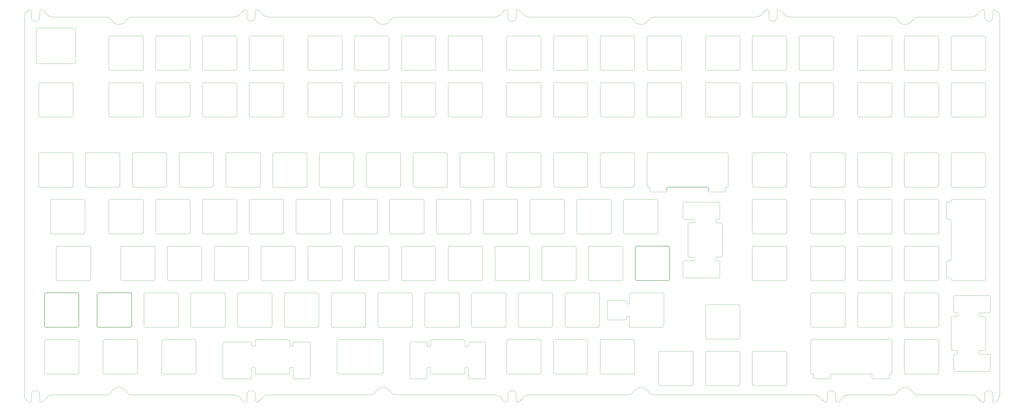
<source format=gbr>
%TF.GenerationSoftware,KiCad,Pcbnew,7.0.5*%
%TF.CreationDate,2023-07-04T16:16:05-04:00*%
%TF.ProjectId,FR4-hotswap-ISO-plate,4652342d-686f-4747-9377-61702d49534f,rev?*%
%TF.SameCoordinates,Original*%
%TF.FileFunction,Profile,NP*%
%FSLAX46Y46*%
G04 Gerber Fmt 4.6, Leading zero omitted, Abs format (unit mm)*
G04 Created by KiCad (PCBNEW 7.0.5) date 2023-07-04 16:16:05*
%MOMM*%
%LPD*%
G01*
G04 APERTURE LIST*
%TA.AperFunction,Profile*%
%ADD10C,0.200000*%
%TD*%
%TA.AperFunction,Profile*%
%ADD11C,0.100000*%
%TD*%
%TA.AperFunction,Profile*%
%ADD12C,0.050000*%
%TD*%
G04 APERTURE END LIST*
D10*
X248736997Y-36075000D02*
X248736998Y-37075000D01*
X265612997Y-36074999D02*
G75*
G03*
X265466550Y-35721446I-500256J-107D01*
G01*
X265612998Y-37075000D02*
X265612997Y-36074999D01*
X249236997Y-35575001D02*
G75*
G03*
X248883444Y-35721447I2J-500003D01*
G01*
X265466550Y-35721446D02*
G75*
G03*
X265112997Y-35575000I-353552J-353551D01*
G01*
X248883444Y-35721447D02*
G75*
G03*
X248736997Y-36075000I353641J-353590D01*
G01*
X265112997Y-35575000D02*
X249236997Y-35575000D01*
X249387499Y-73675000D02*
G75*
G03*
X249887499Y-73175000I1J499999D01*
G01*
X236387499Y-73675000D02*
X249387499Y-73675000D01*
X235887499Y-73175000D02*
G75*
G03*
X236387499Y-73675000I499999J-1D01*
G01*
X249887499Y-60175000D02*
G75*
G03*
X249387499Y-59675000I-499999J1D01*
G01*
X249887499Y-60175000D02*
X249887499Y-73175000D01*
X236387499Y-59675000D02*
G75*
G03*
X235887499Y-60175000I-1J-499999D01*
G01*
X236387499Y-59675000D02*
X249387499Y-59675000D01*
X235887499Y-60175000D02*
X235887499Y-73175000D01*
X-4118751Y-78725000D02*
G75*
G03*
X-4618751Y-79225000I0J-500000D01*
G01*
X16812499Y-79225000D02*
X16812499Y-92225000D01*
X8881249Y-92725000D02*
G75*
G03*
X9381249Y-92225000I36J499964D01*
G01*
X-4118751Y-92725000D02*
X8881249Y-92725000D01*
X9381249Y-79225000D02*
G75*
G03*
X8881249Y-78725000I-500085J-85D01*
G01*
X17312499Y-78725000D02*
X30312499Y-78725000D01*
X16812499Y-92225000D02*
G75*
G03*
X17312499Y-92725000I500000J0D01*
G01*
X30812499Y-79225000D02*
G75*
G03*
X30312499Y-78725000I-500000J0D01*
G01*
X17312499Y-78725000D02*
G75*
G03*
X16812499Y-79225000I0J-500000D01*
G01*
X30812499Y-79225000D02*
X30812499Y-92225000D01*
X-4618751Y-92225000D02*
G75*
G03*
X-4118751Y-92725000I500000J0D01*
G01*
X17312499Y-92725000D02*
X30312499Y-92725000D01*
X-4618751Y-79225000D02*
X-4618751Y-92225000D01*
X-4118751Y-78725000D02*
X8881249Y-78725000D01*
X9381249Y-79225000D02*
X9381249Y-92225000D01*
X30312499Y-92725000D02*
G75*
G03*
X30812499Y-92225000I0J500000D01*
G01*
D11*
X255818749Y-48712000D02*
X259818749Y-48712000D01*
X269818749Y-72588000D02*
X268818749Y-72588000D01*
X271318749Y-50650000D02*
G75*
G03*
X270818749Y-50150000I-500035J-35D01*
G01*
X255818749Y-72588000D02*
X268818749Y-72588000D01*
X269818749Y-48712000D02*
X268818749Y-48712000D01*
X270318749Y-42212000D02*
G75*
G03*
X269818749Y-41712000I-499965J35D01*
G01*
X255318749Y-66088000D02*
X255318749Y-72088000D01*
X269818749Y-72588000D02*
G75*
G03*
X270318749Y-72088000I-83J500083D01*
G01*
X270818749Y-50150000D02*
X268818749Y-50150000D01*
X271318749Y-50650000D02*
X271318749Y-63650000D01*
X269818749Y-65588000D02*
X268818749Y-65588000D01*
X257318749Y-63650000D02*
G75*
G03*
X257818748Y-64150001I500035J34D01*
G01*
X259818749Y-50150000D02*
X257818749Y-50150000D01*
X270318749Y-66088000D02*
X270318749Y-72088000D01*
X260018750Y-48912004D02*
X260018749Y-49950000D01*
X260018750Y-64350004D02*
X260018749Y-65388000D01*
X270818749Y-64150000D02*
X268818749Y-64150000D01*
X268818748Y-48712001D02*
G75*
G03*
X268618749Y-48912000I-85J-199914D01*
G01*
X268618748Y-49949996D02*
X268618749Y-48912000D01*
X259818750Y-65587999D02*
G75*
G03*
X260018749Y-65388000I88J199911D01*
G01*
X255818749Y-65588000D02*
X259818749Y-65588000D01*
X259818750Y-50149999D02*
G75*
G03*
X260018749Y-49950000I88J199911D01*
G01*
X255318749Y-48212000D02*
G75*
G03*
X255818748Y-48712001I500035J34D01*
G01*
X255818749Y-41712000D02*
G75*
G03*
X255318749Y-42212000I88J-500088D01*
G01*
X257818749Y-50150000D02*
G75*
G03*
X257318748Y-50649999I-85J-499916D01*
G01*
X255818749Y-65588000D02*
G75*
G03*
X255318748Y-66087999I-85J-499916D01*
G01*
X268618749Y-49949997D02*
G75*
G03*
X268818748Y-50149996I199969J-30D01*
G01*
X260018749Y-48912003D02*
G75*
G03*
X259818750Y-48712004I-199967J32D01*
G01*
X269818749Y-48712000D02*
G75*
G03*
X270318749Y-48212000I-83J500083D01*
G01*
X255318749Y-42212000D02*
X255318749Y-48212000D01*
X268618749Y-65387997D02*
G75*
G03*
X268818748Y-65587996I199969J-30D01*
G01*
X260018749Y-64350003D02*
G75*
G03*
X259818750Y-64150004I-199967J32D01*
G01*
X268618748Y-65387996D02*
X268618749Y-64350000D01*
X268818748Y-64150001D02*
G75*
G03*
X268618749Y-64350000I-85J-199914D01*
G01*
X259818749Y-64150000D02*
X257818749Y-64150000D01*
X270318749Y-66088000D02*
G75*
G03*
X269818749Y-65588000I-499965J35D01*
G01*
X269818749Y-41712000D02*
X255818749Y-41712000D01*
X257318749Y-50650000D02*
X257318749Y-63650000D01*
X255318749Y-72088000D02*
G75*
G03*
X255818749Y-72588000I499965J-35D01*
G01*
X270818749Y-64150000D02*
G75*
G03*
X271318749Y-63650000I-83J500083D01*
G01*
X270318749Y-42212000D02*
X270318749Y-48212000D01*
X135087500Y-7000000D02*
G75*
G03*
X135587500Y-6500000I0J500000D01*
G01*
X173187500Y-73675000D02*
G75*
G03*
X173687500Y-73175000I0J500000D01*
G01*
X259412500Y-103037500D02*
G75*
G03*
X258912500Y-102537500I-500000J0D01*
G01*
X284012500Y26050000D02*
X297012500Y26050000D01*
X264962500Y-102537500D02*
G75*
G03*
X264462500Y-103037500I0J-500000D01*
G01*
X326375000Y25550000D02*
X326375000Y12550000D01*
X243547867Y33725027D02*
G75*
G03*
X241235289Y32418548I33J-2700027D01*
G01*
X-2237500Y-54125000D02*
G75*
G03*
X-1737500Y-54625000I500001J1D01*
G01*
X-9962500Y33725000D02*
X-9962500Y36188331D01*
X245912500Y-102537500D02*
G75*
G03*
X245412500Y-103037500I0J-500000D01*
G01*
X297012500Y-116537500D02*
G75*
G03*
X297512500Y-116037500I0J500000D01*
G01*
X284012500Y-73675000D02*
X297012500Y-73675000D01*
X321325000Y-22075000D02*
X321325000Y-35075000D01*
X121587500Y-6500000D02*
G75*
G03*
X122087500Y-7000000I500000J0D01*
G01*
X220812500Y-92725000D02*
G75*
G03*
X221312500Y-92225000I0J500000D01*
G01*
X183999999Y-111775000D02*
X196999999Y-111775000D01*
X359425000Y-98274999D02*
X359425000Y-111274999D01*
X160187500Y-73675000D02*
X173187500Y-73675000D01*
X159400000Y-22075000D02*
G75*
G03*
X158900000Y-21575000I-500000J0D01*
G01*
X59387499Y-60175000D02*
X59387499Y-73175000D01*
X297512500Y25550000D02*
X297512500Y12550000D01*
X151305801Y-109075002D02*
G75*
G03*
X151105802Y-109274998I-1J-199998D01*
G01*
X202262500Y-79225000D02*
X202262500Y-92225000D01*
X122087500Y26050000D02*
G75*
G03*
X121587500Y25550000I0J-500000D01*
G01*
X55412500Y-78725000D02*
G75*
G03*
X54912500Y-79225000I0J-500000D01*
G01*
X88250000Y-22075000D02*
X88250000Y-35075000D01*
X326875000Y-73675000D02*
X339875000Y-73675000D01*
X97487500Y-60175000D02*
G75*
G03*
X96987500Y-59675000I-500000J0D01*
G01*
X297512500Y-41125000D02*
X297512500Y-54125000D01*
X222100000Y26050000D02*
X235100000Y26050000D01*
X364174998Y-41711999D02*
G75*
G03*
X364474999Y-41411999I2J299999D01*
G01*
X345925000Y-78725000D02*
G75*
G03*
X345425000Y-79225000I0J-500000D01*
G01*
X307325001Y-111274999D02*
G75*
G03*
X307824999Y-111774999I499999J-1D01*
G01*
X345925000Y-59675000D02*
G75*
G03*
X345425000Y-60175000I0J-500000D01*
G01*
X283512500Y25550000D02*
X283512500Y12550000D01*
X332287998Y-113274999D02*
X332287998Y-112075000D01*
X154925000Y-54125000D02*
G75*
G03*
X155424999Y-54625000I500000J0D01*
G01*
X283512500Y-22075000D02*
X283512500Y-35075000D01*
X307825000Y-59675000D02*
G75*
G03*
X307325000Y-60175000I0J-500000D01*
G01*
X59675000Y-6500000D02*
G75*
G03*
X60175000Y-7000000I500000J0D01*
G01*
X77787500Y33725000D02*
G75*
G03*
X81187500Y33725000I1700000J0D01*
G01*
X7000000Y-22075000D02*
G75*
G03*
X6499999Y-21575000I-500000J0D01*
G01*
X169712500Y-78725000D02*
X182712500Y-78725000D01*
X339587999Y-111774998D02*
G75*
G03*
X339287998Y-112075000I1J-300002D01*
G01*
X178450000Y-22075000D02*
G75*
G03*
X177950000Y-21575000I-500000J0D01*
G01*
X79868302Y-109074998D02*
X80906298Y-109074999D01*
X207812500Y-78725000D02*
X220812500Y-78725000D01*
X135875000Y-41125000D02*
X135875000Y-54125000D01*
X379975001Y-110688001D02*
G75*
G03*
X380475001Y-110187999I-1J500001D01*
G01*
X247006250Y-92725050D02*
G75*
G03*
X247506250Y-92225000I-50J500050D01*
G01*
X297012500Y-35575000D02*
G75*
G03*
X297512500Y-35075000I0J500000D01*
G01*
X35075000Y12050000D02*
G75*
G03*
X35575000Y12550000I0J500000D01*
G01*
X79225000Y7000000D02*
G75*
G03*
X78725000Y6500000I0J-500000D01*
G01*
X59675000Y-41125000D02*
X59675000Y-54125000D01*
X7500000Y14800000D02*
X-7500000Y14800000D01*
X203049999Y26050000D02*
X216049999Y26050000D01*
X152343794Y-100475000D02*
X151305798Y-100474999D01*
X207025000Y-41125000D02*
G75*
G03*
X206525000Y-40625000I-500000J0D01*
G01*
X216049999Y-111774999D02*
G75*
G03*
X216549999Y-111275000I1J499999D01*
G01*
X359425000Y25550000D02*
X359425000Y12550000D01*
X45887500Y-59675000D02*
X58887499Y-59675000D01*
X41125000Y-40625000D02*
X54125000Y-40625000D01*
X159400000Y-22075000D02*
X159400000Y-35075000D01*
X254150000Y12050000D02*
G75*
G03*
X254650000Y12550000I0J500000D01*
G01*
X189831262Y35459390D02*
G75*
G03*
X188026987Y36681405I-2287462J-1434390D01*
G01*
X125562500Y-92725000D02*
G75*
G03*
X126062500Y-92225000I0J500000D01*
G01*
X339875000Y-7000000D02*
G75*
G03*
X340375000Y-6500000I0J500000D01*
G01*
X284012500Y-102537500D02*
X297012500Y-102537500D01*
X345425000Y25550000D02*
X345425000Y12550000D01*
X326875000Y-7000000D02*
X339875000Y-7000000D01*
X378037500Y33725000D02*
G75*
G03*
X381437500Y33725000I1700000J0D01*
G01*
X79868301Y-109075002D02*
G75*
G03*
X79668302Y-109274998I-1J-199998D01*
G01*
X233306251Y-83224950D02*
G75*
G03*
X233506250Y-83025000I49J199950D01*
G01*
X340427133Y-120274999D02*
X322965933Y-120274999D01*
X202550000Y-111275000D02*
G75*
G03*
X203049999Y-111775000I500000J0D01*
G01*
X221600000Y-22075000D02*
X221600000Y-35075000D01*
X184000000Y-21575000D02*
X197000000Y-21575000D01*
X233506250Y-79225000D02*
X233506250Y-83025000D01*
X345425000Y-6500000D02*
G75*
G03*
X345925000Y-7000000I500000J0D01*
G01*
X166543801Y-98274999D02*
G75*
G03*
X166043798Y-97774999I-500001J-1D01*
G01*
X151305802Y-109074998D02*
X152343798Y-109074999D01*
X308412000Y-112075000D02*
G75*
G03*
X308111999Y-111775000I-300000J0D01*
G01*
X326875000Y-78725000D02*
X339875000Y-78725000D01*
X245125000Y-41125000D02*
G75*
G03*
X244625000Y-40625000I-500000J0D01*
G01*
X83199999Y-22075000D02*
X83199999Y-35075000D01*
X41125000Y12050000D02*
X54125000Y12050000D01*
X377974999Y-73675000D02*
G75*
G03*
X378475000Y-73174999I1J500000D01*
G01*
X264462500Y-83987500D02*
X264462500Y-96987500D01*
X79668298Y-113274999D02*
X79668298Y-109274999D01*
X58887499Y-73674999D02*
G75*
G03*
X59387499Y-73175000I1J499999D01*
G01*
X154137500Y-7000000D02*
G75*
G03*
X154637500Y-6500000I0J500000D01*
G01*
X192737500Y-60175000D02*
G75*
G03*
X192237499Y-59675000I-500000J0D01*
G01*
X378475000Y6500000D02*
G75*
G03*
X377975000Y7000000I-500000J0D01*
G01*
X326875000Y-78725000D02*
G75*
G03*
X326375000Y-79225000I0J-500000D01*
G01*
X364974999Y-73675000D02*
X377974999Y-73675000D01*
X168924999Y-41125000D02*
X168924999Y-54125000D01*
X97775000Y-54125000D02*
G75*
G03*
X98274999Y-54625000I500000J0D01*
G01*
X19193800Y-111275000D02*
G75*
G03*
X19693749Y-111775000I500000J0D01*
G01*
X151105798Y-113274999D02*
X151105798Y-109274999D01*
X96987500Y-73675000D02*
G75*
G03*
X97487500Y-73175000I0J500000D01*
G01*
X222100000Y7000000D02*
G75*
G03*
X221600000Y6500000I0J-500000D01*
G01*
X377975001Y-102250002D02*
G75*
G03*
X378475002Y-101750000I-1J500002D01*
G01*
X340375000Y-41125000D02*
G75*
G03*
X339875000Y-40625000I-500000J0D01*
G01*
X326375000Y-60175000D02*
X326375000Y-73175000D01*
X-4168762Y35459375D02*
G75*
G03*
X-1034066Y33725000I3134696J1965625D01*
G01*
X326875000Y-21575000D02*
G75*
G03*
X326375000Y-22075000I0J-500000D01*
G01*
X167981798Y-113274999D02*
X167981798Y-109274999D01*
X79225000Y-7000000D02*
X92225000Y-7000000D01*
X207312500Y-92225000D02*
G75*
G03*
X207812500Y-92725000I500000J0D01*
G01*
X254650000Y25550000D02*
G75*
G03*
X254150000Y26050000I-500000J0D01*
G01*
X212575000Y-54625000D02*
X225575000Y-54625000D01*
X345425000Y-73175000D02*
G75*
G03*
X345925000Y-73675000I500000J0D01*
G01*
X182712500Y-92725000D02*
G75*
G03*
X183212500Y-92225000I0J500000D01*
G01*
X241736998Y-35575000D02*
X241149999Y-35575000D01*
X54625000Y25550000D02*
G75*
G03*
X54125000Y26050000I-500000J0D01*
G01*
X254650000Y25550000D02*
X254650000Y12550000D01*
X178509067Y-120274999D02*
X138547867Y-120274999D01*
X233506250Y-92225000D02*
X233506249Y-88424999D01*
X345925000Y-7000000D02*
X358925000Y-7000000D01*
X179237499Y-73675000D02*
X192237499Y-73675000D01*
X234006250Y-92725000D02*
X247006250Y-92725000D01*
X126350000Y-35075000D02*
G75*
G03*
X126850000Y-35575000I500000J0D01*
G01*
X317437500Y-120274999D02*
X317437500Y-122739477D01*
X340375000Y-22075000D02*
G75*
G03*
X339875000Y-21575000I-500000J0D01*
G01*
X59387500Y-60175000D02*
G75*
G03*
X58887499Y-59675000I-500000J0D01*
G01*
X284012500Y-21575000D02*
X297012500Y-21575000D01*
X59675000Y-54125000D02*
G75*
G03*
X60175000Y-54625000I500000J0D01*
G01*
X303062500Y12050000D02*
X316062500Y12050000D01*
X245912500Y-116537500D02*
X258912500Y-116537500D01*
X174981798Y-99274999D02*
X174981798Y-100274999D01*
X316562500Y25550000D02*
G75*
G03*
X316062500Y26050000I-500000J0D01*
G01*
X-10553408Y-123229996D02*
G75*
G03*
X-9962498Y-122738331I90998J491560D01*
G01*
X340375000Y6500000D02*
G75*
G03*
X339875000Y7000000I-500000J0D01*
G01*
X283512500Y-6500000D02*
G75*
G03*
X284012500Y-7000000I500000J0D01*
G01*
X307325000Y-41125000D02*
X307325000Y-54125000D01*
X96544301Y-109274998D02*
G75*
G03*
X96344298Y-109074999I-200001J-2D01*
G01*
X217337500Y-59675000D02*
X230337500Y-59675000D01*
X-4118751Y-97775000D02*
G75*
G03*
X-4618751Y-98275000I1J-500001D01*
G01*
X183499999Y-98275000D02*
X183499999Y-111275000D01*
X345925000Y26050000D02*
G75*
G03*
X345425000Y25550000I0J-500000D01*
G01*
X202549999Y-22075000D02*
X202549999Y-35075000D01*
X26837500Y-59675000D02*
X39837500Y-59675000D01*
X154637500Y6500000D02*
X154637500Y-6500000D01*
X26837500Y-59675000D02*
G75*
G03*
X26337500Y-60175000I0J-500000D01*
G01*
X362974999Y-65588000D02*
G75*
G03*
X362475000Y-66087999I1J-500000D01*
G01*
X187475000Y-54625000D02*
G75*
G03*
X187975000Y-54125000I0J500000D01*
G01*
X241149999Y-21574999D02*
G75*
G03*
X240649999Y-22075001I1J-500001D01*
G01*
X222099999Y-111775000D02*
X235099999Y-111775000D01*
X297012500Y-73675000D02*
G75*
G03*
X297512500Y-73175000I0J500000D01*
G01*
X103544298Y-99274999D02*
X103544298Y-100274999D01*
X69199999Y-22075000D02*
X69199999Y-35075000D01*
X203049999Y-97775000D02*
X216049999Y-97775000D01*
X241150000Y7000000D02*
G75*
G03*
X240650000Y6500000I0J-500000D01*
G01*
X316562500Y25550000D02*
X316562500Y12550000D01*
X226075000Y-41125000D02*
G75*
G03*
X225575000Y-40625000I-500000J0D01*
G01*
X307325000Y-92225000D02*
G75*
G03*
X307825000Y-92725000I500000J0D01*
G01*
X150162500Y-79225000D02*
X150162500Y-92225000D01*
X149875000Y-41125000D02*
X149875000Y-54125000D01*
X117324999Y-40624999D02*
G75*
G03*
X116824999Y-41125000I1J-500001D01*
G01*
X160187500Y-59675000D02*
X173187500Y-59675000D01*
X-4618751Y-111275000D02*
G75*
G03*
X-4118751Y-111775000I500001J1D01*
G01*
X193025000Y-41125000D02*
X193025000Y-54125000D01*
X50650000Y-21575000D02*
X63650000Y-21575000D01*
X320825000Y-92725000D02*
G75*
G03*
X321325000Y-92225000I0J500000D01*
G01*
X264962500Y26050000D02*
G75*
G03*
X264462500Y25550000I0J-500000D01*
G01*
X345925000Y-21575000D02*
X358925000Y-21575000D01*
X235600000Y25550000D02*
G75*
G03*
X235100000Y26050000I-500000J0D01*
G01*
X173975000Y-54125000D02*
G75*
G03*
X174475000Y-54625000I500000J0D01*
G01*
X-10553408Y36679997D02*
G75*
G03*
X-12762501Y34025000I491597J-2655571D01*
G01*
X166743802Y-109074998D02*
X167781798Y-109074999D01*
X95106301Y-100275000D02*
G75*
G03*
X95306298Y-100474999I199999J0D01*
G01*
X122087500Y26050000D02*
X135087500Y26050000D01*
X114943749Y-111775000D02*
X132706249Y-111775000D01*
X326875000Y-35575000D02*
X339875000Y-35575000D01*
X187437523Y-122739477D02*
G75*
G03*
X188026987Y-123231404I499977J-23D01*
G01*
X31047867Y33725027D02*
G75*
G03*
X28735289Y32418548I33J-2700027D01*
G01*
X203049999Y26050001D02*
G75*
G03*
X202549999Y25550000I1J-500001D01*
G01*
X49362500Y-92725000D02*
G75*
G03*
X49862500Y-92225000I0J500000D01*
G01*
X364174998Y-41712000D02*
X362974999Y-41712000D01*
X173687500Y6500000D02*
G75*
G03*
X173187500Y7000000I-500000J0D01*
G01*
X19693749Y-97774949D02*
G75*
G03*
X19193749Y-98275000I51J-500051D01*
G01*
X74462499Y-78725000D02*
X87462499Y-78725000D01*
X116824999Y-41125000D02*
X116824999Y-54125000D01*
X54912500Y-92225000D02*
G75*
G03*
X55412500Y-92725000I500000J0D01*
G01*
X54625000Y-41125000D02*
G75*
G03*
X54125000Y-40625000I-500000J0D01*
G01*
X111274999Y-54624999D02*
G75*
G03*
X111774999Y-54125000I1J499999D01*
G01*
X155424999Y-40624999D02*
G75*
G03*
X154924999Y-41125000I1J-500001D01*
G01*
X283512500Y-116037500D02*
G75*
G03*
X284012500Y-116537500I500000J0D01*
G01*
X98274999Y-40624999D02*
G75*
G03*
X97774999Y-41125000I1J-500001D01*
G01*
X22075000Y-54625000D02*
X35075000Y-54625000D01*
X97044298Y-98774999D02*
X103044298Y-98774999D01*
X320825000Y-35575000D02*
G75*
G03*
X321325000Y-35075000I0J500000D01*
G01*
X345925000Y-35575000D02*
X358925000Y-35575000D01*
X183212500Y-79225000D02*
G75*
G03*
X182712500Y-78725000I-500000J0D01*
G01*
X345925000Y-21575000D02*
G75*
G03*
X345425000Y-22075000I0J-500000D01*
G01*
X160187500Y-7000000D02*
X173187500Y-7000000D01*
X326375000Y-6500000D02*
G75*
G03*
X326875000Y-7000000I500000J0D01*
G01*
X43006300Y-111275000D02*
G75*
G03*
X43506249Y-111775000I500000J0D01*
G01*
X365475001Y-86311999D02*
G75*
G03*
X365975001Y-86811999I499999J-1D01*
G01*
X73175000Y-54625000D02*
G75*
G03*
X73675000Y-54125000I0J500000D01*
G01*
X144105801Y-113274999D02*
G75*
G03*
X144605798Y-113774999I499999J-1D01*
G01*
X92225000Y-7000000D02*
G75*
G03*
X92725000Y-6500000I0J500000D01*
G01*
X140637500Y12550000D02*
G75*
G03*
X141137500Y12050000I500000J0D01*
G01*
X241150000Y-7000000D02*
X254150000Y-7000000D01*
X103037500Y7000000D02*
X116037500Y7000000D01*
X96544298Y-99274999D02*
X96544298Y-100274999D01*
X75393787Y-122009359D02*
G75*
G03*
X72259067Y-120274999I-3134687J-1965641D01*
G01*
X316062500Y-7000000D02*
G75*
G03*
X316562500Y-6500000I0J500000D01*
G01*
X59675000Y25550000D02*
X59675000Y12550000D01*
X345425000Y-35075000D02*
G75*
G03*
X345925000Y-35575000I500000J0D01*
G01*
X77198018Y36681375D02*
G75*
G03*
X75393764Y35459375I483182J-2656375D01*
G01*
X103037500Y-73675000D02*
X116037500Y-73675000D01*
X202262500Y-79225000D02*
G75*
G03*
X201762500Y-78725000I-500000J0D01*
G01*
X340427133Y-120275027D02*
G75*
G03*
X342739712Y-118968547I-33J2700027D01*
G01*
X116537500Y25550000D02*
X116537500Y12550000D01*
X203049999Y7000001D02*
G75*
G03*
X202549999Y6500000I1J-500001D01*
G01*
X241149999Y-21575001D02*
X273199999Y-21575001D01*
X264962500Y12050000D02*
X277962500Y12050000D01*
X31100000Y-22075000D02*
X31100000Y-35075000D01*
X77937500Y-73675000D02*
G75*
G03*
X78437500Y-73175000I0J500000D01*
G01*
X116037500Y12050000D02*
G75*
G03*
X116537500Y12550000I0J500000D01*
G01*
X164450000Y-35075000D02*
G75*
G03*
X164950000Y-35575000I500000J0D01*
G01*
X359425000Y-79225000D02*
X359425000Y-92225000D01*
X-7000000Y-35075000D02*
G75*
G03*
X-6500000Y-35575000I500001J1D01*
G01*
X81606298Y-111774999D02*
X94606298Y-111774999D01*
X83581213Y35459360D02*
G75*
G03*
X86715933Y33725000I3134687J1965640D01*
G01*
X55412500Y-92725000D02*
X68412500Y-92725000D01*
X188762500Y-78725000D02*
X201762500Y-78725000D01*
X114943749Y-97774949D02*
G75*
G03*
X114443749Y-98275000I51J-500051D01*
G01*
X375975001Y-88249999D02*
X377975001Y-88249999D01*
X340375000Y-60175000D02*
G75*
G03*
X339875000Y-59675000I-500000J0D01*
G01*
X183500000Y-35075000D02*
G75*
G03*
X184000000Y-35575000I500000J0D01*
G01*
X381437500Y-120274999D02*
X381437500Y-122738330D01*
X321325000Y-22075000D02*
G75*
G03*
X320825000Y-21575000I-500000J0D01*
G01*
X316562500Y6500000D02*
G75*
G03*
X316062500Y7000000I-500000J0D01*
G01*
X107800000Y-21575000D02*
G75*
G03*
X107300000Y-22075000I0J-500000D01*
G01*
X127927133Y-120275027D02*
G75*
G03*
X130239712Y-118968547I-33J2700027D01*
G01*
X40337500Y-60175000D02*
G75*
G03*
X39837500Y-59675000I-500000J0D01*
G01*
X345425000Y-41125000D02*
X345425000Y-54125000D01*
X284012500Y-59675000D02*
X297012500Y-59675000D01*
X340375000Y-60175000D02*
X340375000Y-73175000D01*
X235100000Y-7000000D02*
G75*
G03*
X235600000Y-6500000I0J500000D01*
G01*
X203049999Y7000000D02*
X216049999Y7000000D01*
X73675000Y6500000D02*
G75*
G03*
X73175000Y7000000I-500000J0D01*
G01*
X345925000Y-59675000D02*
X358925000Y-59675000D01*
X297012500Y12050000D02*
G75*
G03*
X297512500Y12550000I0J500000D01*
G01*
X-12762500Y-120575000D02*
X-12762500Y34025000D01*
X36362500Y-78725000D02*
G75*
G03*
X35862500Y-79225000I0J-500000D01*
G01*
X168424999Y-54624999D02*
G75*
G03*
X168924999Y-54125000I1J499999D01*
G01*
X351047867Y33725027D02*
G75*
G03*
X348735289Y32418548I33J-2700027D01*
G01*
X184000000Y7000000D02*
X197000000Y7000000D01*
X64937500Y-59675000D02*
X77937500Y-59675000D01*
X140637500Y-60175000D02*
X140637500Y-73175000D01*
X22075000Y7000000D02*
X35075000Y7000000D01*
X45100000Y-22075000D02*
G75*
G03*
X44600000Y-21575000I-500000J0D01*
G01*
X102537500Y12550000D02*
G75*
G03*
X103037500Y12050000I500000J0D01*
G01*
X130824999Y-41125000D02*
X130824999Y-54125000D01*
X308111999Y-111775000D02*
X307824999Y-111774999D01*
X60175000Y-40625000D02*
G75*
G03*
X59675000Y-41125000I0J-500000D01*
G01*
X283512500Y6500000D02*
X283512500Y-6500000D01*
X141137500Y12050000D02*
X154137500Y12050000D01*
X188026982Y-123231375D02*
G75*
G03*
X189831237Y-122009374I-483182J2656375D01*
G01*
X277962500Y-7000000D02*
G75*
G03*
X278462500Y-6500000I0J500000D01*
G01*
X173687500Y-60175000D02*
X173687500Y-73175000D01*
X272112998Y-37575000D02*
X266112998Y-37575000D01*
X164162500Y-79225000D02*
X164162500Y-92225000D01*
X67943800Y-113275000D02*
G75*
G03*
X68443749Y-113775000I500000J0D01*
G01*
X141137500Y-59675000D02*
G75*
G03*
X140637500Y-60175000I0J-500000D01*
G01*
X202550000Y-6500000D02*
G75*
G03*
X203049999Y-7000000I500000J0D01*
G01*
X187437500Y-120274999D02*
G75*
G03*
X184037500Y-120274999I-1700000J0D01*
G01*
X326875000Y26050000D02*
X339875000Y26050000D01*
X188026991Y36681426D02*
G75*
G03*
X187437500Y36189478I-89491J-491926D01*
G01*
X326875000Y-92725000D02*
X339875000Y-92725000D01*
X358925000Y-73675000D02*
G75*
G03*
X359425000Y-73175000I0J500000D01*
G01*
X342739713Y32418549D02*
G75*
G03*
X348735287Y32418549I2997787J1806451D01*
G01*
X177950000Y-35575000D02*
G75*
G03*
X178450000Y-35075000I0J500000D01*
G01*
X80906295Y-100474994D02*
G75*
G03*
X81106294Y-100275000I5J199994D01*
G01*
X150662500Y-92725000D02*
X163662500Y-92725000D01*
X221600000Y-35075000D02*
G75*
G03*
X222100000Y-35575000I500000J0D01*
G01*
X378037500Y-122739477D02*
X378037500Y-120274999D01*
X168481798Y-98774998D02*
G75*
G03*
X167981798Y-99274999I2J-500002D01*
G01*
X378475001Y-41125000D02*
G75*
G03*
X377974999Y-40624999I-500001J0D01*
G01*
X168481798Y-113774999D02*
X174481798Y-113774999D01*
X150662500Y-78725000D02*
G75*
G03*
X150162500Y-79225000I0J-500000D01*
G01*
X307825000Y-21575000D02*
G75*
G03*
X307325000Y-22075000I0J-500000D01*
G01*
X173687500Y25550000D02*
G75*
G03*
X173187500Y26050000I-500000J0D01*
G01*
X212575000Y-40625000D02*
G75*
G03*
X212075000Y-41125000I0J-500000D01*
G01*
X235239713Y32418549D02*
G75*
G03*
X241235287Y32418549I2997787J1806451D01*
G01*
X381437471Y-122738330D02*
G75*
G03*
X382028409Y-123229996I500029J30D01*
G01*
X107800000Y-21575000D02*
X120799999Y-21575000D01*
X240649999Y-35075000D02*
X240649999Y-22075001D01*
X141137500Y26050000D02*
G75*
G03*
X140637500Y25550000I0J-500000D01*
G01*
X13643749Y-73675049D02*
G75*
G03*
X14143749Y-73175000I-49J500049D01*
G01*
X326375000Y-54125000D02*
G75*
G03*
X326875000Y-54625000I500000J0D01*
G01*
X83200000Y-22075000D02*
G75*
G03*
X82699999Y-21575000I-500000J0D01*
G01*
X81187500Y36189478D02*
X81187500Y33725000D01*
X-6500000Y7000000D02*
G75*
G03*
X-7000000Y6500000I1J-500001D01*
G01*
X45387500Y-73175000D02*
G75*
G03*
X45887500Y-73675000I500000J0D01*
G01*
X380475002Y-104187999D02*
G75*
G03*
X379975002Y-103687998I-500002J-1D01*
G01*
X365975001Y-110687999D02*
X379975001Y-110687999D01*
X151105798Y-99274999D02*
X151105798Y-100274999D01*
X188762500Y-92725000D02*
X201762500Y-92725000D01*
X235100000Y12050000D02*
G75*
G03*
X235600000Y12550000I0J500000D01*
G01*
X68412500Y-92725000D02*
G75*
G03*
X68912500Y-92225000I0J500000D01*
G01*
X216049999Y-35574999D02*
G75*
G03*
X216549999Y-35075000I1J499999D01*
G01*
X184000000Y26050000D02*
G75*
G03*
X183500000Y25550000I0J-500000D01*
G01*
X143749Y-60175000D02*
X143749Y-73175000D01*
X203049999Y-21575000D02*
X216049999Y-21575000D01*
X326875000Y12050000D02*
X339875000Y12050000D01*
X138547867Y33725027D02*
G75*
G03*
X136235289Y32418548I33J-2700027D01*
G01*
X339875000Y-73675000D02*
G75*
G03*
X340375000Y-73175000I0J500000D01*
G01*
X21575000Y-54125000D02*
G75*
G03*
X22075000Y-54625000I500000J0D01*
G01*
X311643739Y-122009389D02*
G75*
G03*
X313448013Y-123231404I2287461J1434389D01*
G01*
X22075000Y7000000D02*
G75*
G03*
X21575000Y6500000I0J-500000D01*
G01*
X235600000Y-22075000D02*
X235600000Y-35075000D01*
X81606298Y-97774998D02*
G75*
G03*
X81106298Y-98274999I2J-500002D01*
G01*
X12549999Y-35575000D02*
X25550000Y-35575000D01*
X41125000Y7000000D02*
G75*
G03*
X40625000Y6500000I0J-500000D01*
G01*
X98274999Y-54625000D02*
X111274999Y-54625000D01*
X160187500Y26050000D02*
X173187500Y26050000D01*
X377975000Y-7000000D02*
G75*
G03*
X378475000Y-6500000I0J500000D01*
G01*
X202549999Y25550000D02*
X202549999Y12550000D01*
X307325000Y-54125000D02*
G75*
G03*
X307825000Y-54625000I500000J0D01*
G01*
X96344295Y-100474994D02*
G75*
G03*
X96544294Y-100275000I5J199994D01*
G01*
X284012500Y-40625000D02*
X297012500Y-40625000D01*
X122087500Y-59675000D02*
G75*
G03*
X121587500Y-60175000I0J-500000D01*
G01*
X-6562500Y-120275000D02*
X-6562500Y-122739477D01*
X358925000Y-111775000D02*
G75*
G03*
X359425000Y-111274999I0J500000D01*
G01*
X339875000Y-35575000D02*
G75*
G03*
X340375000Y-35075000I0J500000D01*
G01*
X106512499Y-92724999D02*
G75*
G03*
X107012499Y-92225000I1J499999D01*
G01*
X365975001Y-103688001D02*
G75*
G03*
X365475001Y-104187999I-1J-499999D01*
G01*
X49862500Y-79225000D02*
X49862500Y-92225000D01*
X95106301Y-98274999D02*
G75*
G03*
X94606298Y-97774999I-500001J-1D01*
G01*
X152343795Y-100474994D02*
G75*
G03*
X152543794Y-100275000I5J199994D01*
G01*
X77787478Y36189478D02*
G75*
G03*
X77198013Y36681405I-499978J22D01*
G01*
X49862500Y-79225000D02*
G75*
G03*
X49362500Y-78725000I-500000J0D01*
G01*
X73675000Y6500000D02*
X73675000Y-6500000D01*
X54125000Y-7000000D02*
G75*
G03*
X54625000Y-6500000I0J500000D01*
G01*
X155424999Y-40625000D02*
X168424999Y-40625000D01*
X345425001Y-111274999D02*
G75*
G03*
X345925000Y-111774999I499999J-1D01*
G01*
X184000000Y-7000000D02*
X197000000Y-7000000D01*
X375775005Y-103487996D02*
G75*
G03*
X375975000Y-103687995I199995J-4D01*
G01*
X144612499Y-92724999D02*
G75*
G03*
X145112499Y-92225000I1J499999D01*
G01*
X22075000Y26050000D02*
G75*
G03*
X21575000Y25550000I0J-500000D01*
G01*
X181643739Y-122009389D02*
G75*
G03*
X183448013Y-123231404I2287461J1434389D01*
G01*
X359425000Y-41125000D02*
G75*
G03*
X358925000Y-40625000I-500000J0D01*
G01*
X277962500Y-116537500D02*
G75*
G03*
X278462500Y-116037500I0J500000D01*
G01*
X307325000Y-73175000D02*
G75*
G03*
X307825000Y-73675000I500000J0D01*
G01*
X152543798Y-98274999D02*
X152543798Y-100274999D01*
X243547867Y33725000D02*
X284759067Y33725000D01*
X183500000Y25550000D02*
X183500000Y12550000D01*
X297512500Y-103037500D02*
X297512500Y-116037500D01*
X378475000Y-22075000D02*
X378475000Y-35075000D01*
X340375001Y-98274999D02*
G75*
G03*
X339874998Y-97774999I-500001J-1D01*
G01*
X83987500Y-59675000D02*
X96987500Y-59675000D01*
X364475001Y-101749999D02*
X364475001Y-88749999D01*
X273699999Y-22075001D02*
G75*
G03*
X273199999Y-21575001I-499999J1D01*
G01*
X216549999Y-22075000D02*
X216549999Y-35075000D01*
X21575000Y6500000D02*
X21575000Y-6500000D01*
X160187500Y-59675000D02*
G75*
G03*
X159687500Y-60175000I0J-500000D01*
G01*
X20427133Y-120274999D02*
X-1034066Y-120274999D01*
X164162500Y-79225000D02*
G75*
G03*
X163662500Y-78725000I-500000J0D01*
G01*
X365975001Y-103687999D02*
X366975001Y-103687999D01*
X207812500Y-78725000D02*
G75*
G03*
X207312500Y-79225000I0J-500000D01*
G01*
X140637500Y-73175000D02*
G75*
G03*
X141137500Y-73675000I500000J0D01*
G01*
X183448009Y-123231426D02*
G75*
G03*
X184037500Y-122739477I89491J491926D01*
G01*
X264962500Y7000000D02*
G75*
G03*
X264462500Y6500000I0J-500000D01*
G01*
X378037500Y33725000D02*
X378037500Y36189478D01*
X254650000Y6500000D02*
X254650000Y-6500000D01*
X297512500Y25550000D02*
G75*
G03*
X297012500Y26050000I-500000J0D01*
G01*
X321325000Y-41125000D02*
G75*
G03*
X320825000Y-40625000I-500000J0D01*
G01*
X68912500Y-79225000D02*
X68912500Y-92225000D01*
X364975001Y-88249999D02*
X366975001Y-88249999D01*
X81776982Y-123231375D02*
G75*
G03*
X83581237Y-122009374I-483182J2656375D01*
G01*
X167781795Y-100474994D02*
G75*
G03*
X167981794Y-100275000I5J199994D01*
G01*
X139850000Y-35575000D02*
G75*
G03*
X140350000Y-35075000I0J500000D01*
G01*
X232927133Y-120274999D02*
X192965933Y-120274999D01*
X379975001Y-103687999D02*
X375975001Y-103687999D01*
X154137500Y-73675000D02*
G75*
G03*
X154637500Y-73175000I0J500000D01*
G01*
X189831213Y35459360D02*
G75*
G03*
X192965933Y33725000I3134687J1965640D01*
G01*
X380475001Y-80311999D02*
G75*
G03*
X379975001Y-79811999I-500001J-1D01*
G01*
X64937500Y-73675000D02*
X77937500Y-73675000D01*
X375975001Y-102249999D02*
X377975001Y-102249999D01*
X183212500Y-79225000D02*
X183212500Y-92225000D01*
X166543798Y-109274999D02*
X166543798Y-111274999D01*
X31600000Y-21575000D02*
X44600000Y-21575000D01*
X240650000Y12550000D02*
G75*
G03*
X241150000Y12050000I500000J0D01*
G01*
X264462500Y-116037500D02*
G75*
G03*
X264962500Y-116537500I500000J0D01*
G01*
X98274999Y-40625000D02*
X111274999Y-40625000D01*
X92225000Y12050000D02*
G75*
G03*
X92725000Y12550000I0J500000D01*
G01*
X135587500Y25550000D02*
G75*
G03*
X135087500Y26050000I-500000J0D01*
G01*
X183500000Y-6500000D02*
G75*
G03*
X184000000Y-7000000I500000J0D01*
G01*
X231625000Y-54625000D02*
X244625000Y-54625000D01*
X203049999Y-21574999D02*
G75*
G03*
X202549999Y-22075000I1J-500001D01*
G01*
X297512500Y-22075000D02*
G75*
G03*
X297012500Y-21575000I-500000J0D01*
G01*
X79668301Y-100275000D02*
G75*
G03*
X79868298Y-100474999I199999J0D01*
G01*
X264462500Y-96987500D02*
G75*
G03*
X264962500Y-97487500I500000J0D01*
G01*
X122087500Y-59675000D02*
X135087500Y-59675000D01*
X35575000Y-41125000D02*
X35575000Y-54125000D01*
X43506249Y-111775000D02*
X56506249Y-111775000D01*
X284012500Y-40625000D02*
G75*
G03*
X283512500Y-41125000I0J-500000D01*
G01*
X193525000Y-54625000D02*
X206525000Y-54625000D01*
X231625000Y-40625000D02*
X244625000Y-40625000D01*
X340375000Y-79225000D02*
G75*
G03*
X339875000Y-78725000I-500000J0D01*
G01*
X375775000Y-88049995D02*
X375775001Y-87011999D01*
X290287500Y33725000D02*
G75*
G03*
X293687500Y33725000I1700000J0D01*
G01*
X307325000Y-35075000D02*
G75*
G03*
X307825000Y-35575000I500000J0D01*
G01*
X211787500Y-60175000D02*
X211787500Y-73175000D01*
X60175000Y-40625000D02*
X73175000Y-40625000D01*
X43506249Y-97774949D02*
G75*
G03*
X43006249Y-98275000I51J-500051D01*
G01*
X326375000Y-79225000D02*
X326375000Y-92225000D01*
X43006249Y-98275000D02*
X43006249Y-111275000D01*
X247506250Y-79225000D02*
X247506250Y-92225000D01*
X-6500000Y-35575000D02*
X6499999Y-35575000D01*
X197500000Y25550000D02*
G75*
G03*
X197000000Y26050000I-500000J0D01*
G01*
X183999999Y-97774999D02*
G75*
G03*
X183499999Y-98275000I1J-500001D01*
G01*
X140350000Y-22075000D02*
G75*
G03*
X139850000Y-21575000I-500000J0D01*
G01*
X235600000Y25550000D02*
X235600000Y12550000D01*
X41125000Y-7000000D02*
X54125000Y-7000000D01*
X264462500Y-103037500D02*
X264462500Y-116037500D01*
X145900000Y-35575000D02*
X158900000Y-35575000D01*
X25550000Y-35575000D02*
G75*
G03*
X26050000Y-35075000I0J500000D01*
G01*
X379975001Y-79811999D02*
X366975001Y-79811999D01*
X207312500Y-79225000D02*
X207312500Y-92225000D01*
X197500000Y-22075000D02*
G75*
G03*
X197000000Y-21575000I-500000J0D01*
G01*
X297512500Y-60175000D02*
G75*
G03*
X297012500Y-59675000I-500000J0D01*
G01*
X278462500Y6500000D02*
X278462500Y-6500000D01*
X45887500Y-73675000D02*
X58887499Y-73675000D01*
X297512500Y-22075000D02*
X297512500Y-35075000D01*
X41125000Y-40625000D02*
G75*
G03*
X40625000Y-41125000I0J-500000D01*
G01*
X241150000Y7000000D02*
X254150000Y7000000D01*
X197787500Y-73175000D02*
G75*
G03*
X198287500Y-73675000I500000J0D01*
G01*
X88750000Y-35575000D02*
X101750000Y-35575000D01*
X86715933Y33725000D02*
X127927133Y33725000D01*
X359425000Y-60175000D02*
X359425000Y-73175000D01*
X235239688Y32418534D02*
G75*
G03*
X232927133Y33725000I-2312588J-1393534D01*
G01*
X64149999Y-22075000D02*
X64149999Y-35075000D01*
X303062500Y26050000D02*
X316062500Y26050000D01*
X234006250Y-78725000D02*
X247006250Y-78725000D01*
X78725000Y-41125000D02*
X78725000Y-54125000D01*
X283512500Y-60175000D02*
X283512500Y-73175000D01*
X40625000Y-41125000D02*
X40625000Y-54125000D01*
X308411999Y-113274999D02*
X308411999Y-112075000D01*
X362475000Y-72088000D02*
G75*
G03*
X362974999Y-72588000I500000J0D01*
G01*
X284012500Y-35575000D02*
X297012500Y-35575000D01*
X143750Y-73175000D02*
G75*
G03*
X643749Y-73675000I500000J0D01*
G01*
X93512499Y-92725000D02*
X106512499Y-92725000D01*
X-6562500Y-120275000D02*
G75*
G03*
X-9962500Y-120275000I-1700000J0D01*
G01*
X345925000Y-97775000D02*
G75*
G03*
X345425000Y-98274999I0J-500000D01*
G01*
X178737500Y-73175000D02*
G75*
G03*
X179237499Y-73675000I500000J0D01*
G01*
X103037500Y-7000000D02*
X116037500Y-7000000D01*
X114443749Y-98275000D02*
X114443749Y-111275000D01*
X307325000Y-60175000D02*
X307325000Y-73175000D01*
X364174998Y-65587999D02*
G75*
G03*
X364474999Y-65287999I2J299999D01*
G01*
X359425000Y-60175000D02*
G75*
G03*
X358925000Y-59675000I-500000J0D01*
G01*
X326875000Y7000000D02*
X339875000Y7000000D01*
X150605798Y-113774999D02*
G75*
G03*
X151105799Y-113275000I2J499999D01*
G01*
X135087500Y-73675000D02*
G75*
G03*
X135587500Y-73175000I0J500000D01*
G01*
X-4118751Y-111775000D02*
X8881249Y-111775000D01*
X235600000Y6500000D02*
X235600000Y-6500000D01*
X284012500Y7000000D02*
G75*
G03*
X283512500Y6500000I0J-500000D01*
G01*
X83487500Y-60175000D02*
X83487500Y-73175000D01*
X169212500Y-79225000D02*
X169212500Y-92225000D01*
X35862500Y-92225000D02*
G75*
G03*
X36362500Y-92725000I500000J0D01*
G01*
X181643787Y-122009359D02*
G75*
G03*
X178509067Y-120274999I-3134687J-1965641D01*
G01*
X152543798Y-109274999D02*
X152543798Y-111274999D01*
X302562500Y6500000D02*
X302562500Y-6500000D01*
X8000000Y28800000D02*
G75*
G03*
X7500000Y29300000I-500000J0D01*
G01*
X245412500Y-103037500D02*
X245412500Y-116037500D01*
X86715933Y-120275028D02*
G75*
G03*
X83581238Y-122009374I-33J-3699972D01*
G01*
X73675000Y-41125000D02*
G75*
G03*
X73175000Y-40625000I-500000J0D01*
G01*
X154924999Y-41125000D02*
X154924999Y-54125000D01*
X121587500Y-73175000D02*
G75*
G03*
X122087500Y-73675000I500000J0D01*
G01*
X81776991Y36681426D02*
G75*
G03*
X81187500Y36189478I-89491J-491926D01*
G01*
X187437500Y36189478D02*
X187437500Y33725000D01*
X96544298Y-113274999D02*
X96544298Y-109274999D01*
X278462500Y-83987500D02*
G75*
G03*
X277962500Y-83487500I-500000J0D01*
G01*
X307825000Y-40625000D02*
X320825000Y-40625000D01*
X112562500Y-78725000D02*
X125562500Y-78725000D01*
X339875000Y12050000D02*
G75*
G03*
X340375000Y12550000I0J500000D01*
G01*
X364475000Y25550000D02*
X364475000Y12550000D01*
X6499999Y-6999999D02*
G75*
G03*
X6999999Y-6500000I1J499999D01*
G01*
X11762500Y-41125000D02*
G75*
G03*
X11262500Y-40625000I-500000J0D01*
G01*
X159687500Y-73175000D02*
G75*
G03*
X160187500Y-73675000I500000J0D01*
G01*
X72259067Y33725028D02*
G75*
G03*
X75393763Y35459375I33J3699972D01*
G01*
X153043798Y-97774999D02*
X166043798Y-97774999D01*
X60175000Y7000000D02*
X73175000Y7000000D01*
X332288000Y-112075000D02*
G75*
G03*
X331987998Y-111775000I-300000J0D01*
G01*
X93512499Y-78724999D02*
G75*
G03*
X93012499Y-79225000I1J-500001D01*
G01*
X60175000Y-7000000D02*
X73175000Y-7000000D01*
X365975001Y-86811999D02*
X366975001Y-86811999D01*
X232927133Y-120275027D02*
G75*
G03*
X235239712Y-118968547I-33J2700027D01*
G01*
X221600000Y6500000D02*
X221600000Y-6500000D01*
X6999999Y6500000D02*
X6999999Y-6500000D01*
X107300000Y-35075000D02*
G75*
G03*
X107800000Y-35575000I500000J0D01*
G01*
X326375000Y-73175000D02*
G75*
G03*
X326875000Y-73675000I500000J0D01*
G01*
X141137500Y26050000D02*
X154137500Y26050000D01*
X313448009Y-123231426D02*
G75*
G03*
X314037500Y-122739477I89491J491926D01*
G01*
X-1737500Y-40625000D02*
X11262500Y-40625000D01*
X54625000Y25550000D02*
X54625000Y12550000D01*
X221600000Y-111275000D02*
G75*
G03*
X222099999Y-111775000I500000J0D01*
G01*
X264462500Y25550000D02*
X264462500Y12550000D01*
X60175000Y12050000D02*
X73175000Y12050000D01*
X382028409Y-123229997D02*
G75*
G03*
X384237500Y-120574999I-490909J2654997D01*
G01*
X33193700Y-98275000D02*
G75*
G03*
X32693749Y-97775000I-500000J0D01*
G01*
X136375000Y-54625000D02*
X149375000Y-54625000D01*
X378475000Y-22075000D02*
G75*
G03*
X377975000Y-21575000I-500000J0D01*
G01*
X97044298Y-113774999D02*
X103044298Y-113774999D01*
X196999999Y-111774999D02*
G75*
G03*
X197499999Y-111275000I1J499999D01*
G01*
X173687500Y25550000D02*
X173687500Y12550000D01*
X203049999Y-7000000D02*
X216049999Y-7000000D01*
X-7500000Y29300000D02*
X7500000Y29300000D01*
X73962499Y-79225000D02*
X73962499Y-92225000D01*
X82699999Y-35574999D02*
G75*
G03*
X83199999Y-35075000I1J499999D01*
G01*
X159687500Y25550000D02*
X159687500Y12550000D01*
X57006249Y-98275000D02*
X57006249Y-111275000D01*
X216550000Y25550000D02*
G75*
G03*
X216049999Y26050000I-500000J0D01*
G01*
X198287500Y-73675000D02*
X211287500Y-73675000D01*
X121299999Y-22075000D02*
X121299999Y-35075000D01*
X326375000Y-92225000D02*
G75*
G03*
X326875000Y-92725000I500000J0D01*
G01*
X92725000Y-41125000D02*
X92725000Y-54125000D01*
X153043798Y-111774999D02*
X166043798Y-111774999D01*
X77198009Y-123231426D02*
G75*
G03*
X77787500Y-122739477I89491J491926D01*
G01*
X187975000Y-41125000D02*
G75*
G03*
X187475000Y-40625000I-500000J0D01*
G01*
X378475000Y25550000D02*
G75*
G03*
X377975000Y26050000I-500000J0D01*
G01*
X73675000Y25550000D02*
X73675000Y12550000D01*
X364475000Y12550000D02*
G75*
G03*
X364975000Y12050000I500000J0D01*
G01*
X22075000Y-40625000D02*
X35075000Y-40625000D01*
X122087500Y-73675000D02*
X135087500Y-73675000D01*
X307825000Y-21575000D02*
X320825000Y-21575000D01*
X40625000Y12550000D02*
G75*
G03*
X41125000Y12050000I500000J0D01*
G01*
X345425000Y-60175000D02*
X345425000Y-73175000D01*
X79225000Y-40625000D02*
G75*
G03*
X78725000Y-41125000I0J-500000D01*
G01*
X241235313Y-118968533D02*
G75*
G03*
X243547868Y-120274999I2312587J1393533D01*
G01*
X184000000Y-21575000D02*
G75*
G03*
X183500000Y-22075000I0J-500000D01*
G01*
X8000000Y28800000D02*
X8000000Y15300000D01*
X203049999Y-111775000D02*
X216049999Y-111775000D01*
X221600000Y12550000D02*
G75*
G03*
X222100000Y12050000I500000J0D01*
G01*
X303062500Y7000000D02*
X316062500Y7000000D01*
X149375000Y-54625000D02*
G75*
G03*
X149875000Y-54125000I0J500000D01*
G01*
X117324999Y-54625000D02*
X130324999Y-54625000D01*
X362475000Y-48212000D02*
G75*
G03*
X362974999Y-48712000I500000J0D01*
G01*
X60175000Y26050000D02*
G75*
G03*
X59675000Y25550000I0J-500000D01*
G01*
X377975000Y-35575000D02*
G75*
G03*
X378475000Y-35075000I0J500000D01*
G01*
X111775000Y-41125000D02*
G75*
G03*
X111274999Y-40625000I-500000J0D01*
G01*
X302562500Y25550000D02*
X302562500Y12550000D01*
X12549999Y-21575000D02*
X25550000Y-21575000D01*
X326875000Y-40625000D02*
G75*
G03*
X326375000Y-41125000I0J-500000D01*
G01*
X173975000Y-41125000D02*
X173975000Y-54125000D01*
X92725000Y25550000D02*
G75*
G03*
X92225000Y26050000I-500000J0D01*
G01*
X296081262Y35459390D02*
G75*
G03*
X294276987Y36681405I-2287462J-1434390D01*
G01*
X308412001Y-113274999D02*
G75*
G03*
X308911999Y-113774999I499999J-1D01*
G01*
X54125000Y12050000D02*
G75*
G03*
X54625000Y12550000I0J500000D01*
G01*
X36362500Y-78725000D02*
X49362500Y-78725000D01*
X154637500Y-60175000D02*
X154637500Y-73175000D01*
X345925000Y-97774999D02*
X358925000Y-97774999D01*
X216049999Y12050001D02*
G75*
G03*
X216549999Y12550000I1J499999D01*
G01*
X362474999Y-42212000D02*
X362474999Y-48212000D01*
X103037500Y26050000D02*
X116037500Y26050000D01*
X241150000Y12050000D02*
X254150000Y12050000D01*
X184037478Y36189478D02*
G75*
G03*
X183448013Y36681405I-499978J22D01*
G01*
X297012500Y-54625000D02*
G75*
G03*
X297512500Y-54125000I0J500000D01*
G01*
X230837500Y-60175000D02*
G75*
G03*
X230337500Y-59675000I-500000J0D01*
G01*
X63650000Y-35575000D02*
G75*
G03*
X64150000Y-35075000I0J500000D01*
G01*
X22739688Y32418534D02*
G75*
G03*
X20427133Y33725000I-2312588J-1393534D01*
G01*
X94606298Y-111774999D02*
G75*
G03*
X95106299Y-111275000I2J499999D01*
G01*
X166543801Y-100275000D02*
G75*
G03*
X166743798Y-100474999I199999J0D01*
G01*
X297512500Y-103037500D02*
G75*
G03*
X297012500Y-102537500I-500000J0D01*
G01*
X-12762499Y-120575000D02*
G75*
G03*
X-10553410Y-123229997I2700687J571D01*
G01*
X198287500Y-59675000D02*
G75*
G03*
X197787500Y-60175000I0J-500000D01*
G01*
X167981798Y-99274999D02*
X167981798Y-100274999D01*
X-1034066Y33725000D02*
X20427133Y33725000D01*
X278462500Y6500000D02*
G75*
G03*
X277962500Y7000000I-500000J0D01*
G01*
X159687500Y6500000D02*
X159687500Y-6500000D01*
X31600000Y-35575000D02*
X44600000Y-35575000D01*
X345425000Y6500000D02*
X345425000Y-6500000D01*
X264962500Y26050000D02*
X277962500Y26050000D01*
X136235287Y-118968549D02*
G75*
G03*
X130239714Y-118968547I-2997787J-1806451D01*
G01*
X359425000Y-22075000D02*
X359425000Y-35075000D01*
X26050000Y-22075000D02*
X26050000Y-35075000D01*
X278462500Y25550000D02*
X278462500Y12550000D01*
X35575000Y25550000D02*
G75*
G03*
X35075000Y26050000I-500000J0D01*
G01*
X359425000Y-41125000D02*
X359425000Y-54125000D01*
X121587500Y6500000D02*
X121587500Y-6500000D01*
X12050000Y-35075000D02*
G75*
G03*
X12549999Y-35575000I500000J0D01*
G01*
X79225000Y7000000D02*
X92225000Y7000000D01*
X290287478Y36189478D02*
G75*
G03*
X289698013Y36681405I-499978J22D01*
G01*
X140350000Y-22075000D02*
X140350000Y-35075000D01*
X81187500Y-120274999D02*
G75*
G03*
X77787500Y-120274999I-1700000J0D01*
G01*
X116037500Y-73675000D02*
G75*
G03*
X116537500Y-73175000I0J500000D01*
G01*
X235600000Y-98275000D02*
G75*
G03*
X235099999Y-97775000I-500000J0D01*
G01*
X247506200Y-79225000D02*
G75*
G03*
X247006250Y-78725000I-500000J0D01*
G01*
X50150000Y-35075000D02*
G75*
G03*
X50650000Y-35575000I500000J0D01*
G01*
X140637500Y25550000D02*
X140637500Y12550000D01*
X73675000Y-41125000D02*
X73675000Y-54125000D01*
X126350000Y-22075000D02*
X126350000Y-35075000D01*
X381437500Y-120274999D02*
G75*
G03*
X378037500Y-120274999I-1700000J0D01*
G01*
X173687500Y6500000D02*
X173687500Y-6500000D01*
X384237500Y34025000D02*
G75*
G03*
X382028409Y36679997I-2700000J0D01*
G01*
X316062500Y12050000D02*
G75*
G03*
X316562500Y12550000I0J500000D01*
G01*
X35575000Y25550000D02*
X35575000Y12550000D01*
X221600000Y25550000D02*
X221600000Y12550000D01*
X216550000Y-22075000D02*
G75*
G03*
X216049999Y-21575000I-500000J0D01*
G01*
X278462500Y-83987500D02*
X278462500Y-96987500D01*
X64437500Y-60175000D02*
X64437500Y-73175000D01*
X78437500Y-60175000D02*
X78437500Y-73175000D01*
X19693749Y-97775000D02*
X32693749Y-97775000D01*
X136375000Y-40625000D02*
G75*
G03*
X135875000Y-41125000I0J-500000D01*
G01*
X152543800Y-111274999D02*
G75*
G03*
X153043797Y-111775000I500000J-1D01*
G01*
X57006200Y-98275000D02*
G75*
G03*
X56506249Y-97775000I-500000J0D01*
G01*
X216549999Y-98275000D02*
X216549999Y-111275000D01*
X345425000Y-22075000D02*
X345425000Y-35075000D01*
X254650000Y6500000D02*
G75*
G03*
X254150000Y7000000I-500000J0D01*
G01*
X81106300Y-111274999D02*
G75*
G03*
X81606297Y-111775000I500000J-1D01*
G01*
X73175000Y-7000000D02*
G75*
G03*
X73675000Y-6500000I0J500000D01*
G01*
X364475001Y-101749999D02*
G75*
G03*
X364975001Y-102249999I499999J-1D01*
G01*
X302562500Y12550000D02*
G75*
G03*
X303062500Y12050000I500000J0D01*
G01*
X183500000Y6500000D02*
X183500000Y-6500000D01*
X19193749Y-98275000D02*
X19193749Y-111275000D01*
X321325000Y-60175000D02*
X321325000Y-73175000D01*
X14143749Y-60175000D02*
X14143749Y-73175000D01*
X6499999Y-35574999D02*
G75*
G03*
X6999999Y-35075000I1J499999D01*
G01*
X-5973012Y-123231403D02*
G75*
G03*
X-4168762Y-122009374I-483229J2656402D01*
G01*
X184000000Y7000000D02*
G75*
G03*
X183500000Y6500000I0J-500000D01*
G01*
X184000000Y26050000D02*
X197000000Y26050000D01*
X103544298Y-113274999D02*
X103544298Y-100274999D01*
X-4118751Y-97775000D02*
X8881249Y-97775000D01*
X-7500000Y29300000D02*
G75*
G03*
X-8000001Y28800001I-1J-500000D01*
G01*
X102537500Y-73175000D02*
G75*
G03*
X103037500Y-73675000I500000J0D01*
G01*
X382028403Y36679967D02*
G75*
G03*
X381437500Y36188331I-90903J-491667D01*
G01*
X377974999Y-40625000D02*
X364974999Y-40625000D01*
X293687500Y36189478D02*
X293687500Y33725000D01*
X130239713Y32418549D02*
G75*
G03*
X136235287Y32418549I2997787J1806451D01*
G01*
X283512500Y-103037500D02*
X283512500Y-116037500D01*
X316562500Y6500000D02*
X316562500Y-6500000D01*
X318026982Y-123231375D02*
G75*
G03*
X319831237Y-122009374I-483182J2656375D01*
G01*
X202550000Y-35075000D02*
G75*
G03*
X203049999Y-35575000I500000J0D01*
G01*
X135587500Y6500000D02*
G75*
G03*
X135087500Y7000000I-500000J0D01*
G01*
X192965933Y33725000D02*
X232927133Y33725000D01*
X375975000Y-86812001D02*
G75*
G03*
X375775001Y-87011999I0J-199999D01*
G01*
X278462500Y25550000D02*
G75*
G03*
X277962500Y26050000I-500000J0D01*
G01*
X112062500Y-92225000D02*
G75*
G03*
X112562500Y-92725000I500000J0D01*
G01*
X273199999Y-35575000D02*
X272612998Y-35575000D01*
X116537500Y-60175000D02*
G75*
G03*
X116037500Y-59675000I-500000J0D01*
G01*
X187437500Y-120274999D02*
X187437500Y-122739477D01*
X359425000Y25550000D02*
G75*
G03*
X358925000Y26050000I-500000J0D01*
G01*
X88750000Y-21575000D02*
X101750000Y-21575000D01*
X11762500Y-41125000D02*
X11762500Y-54125000D01*
X366975002Y-88250001D02*
G75*
G03*
X367175001Y-88049999I-2J200001D01*
G01*
X240650000Y-35075000D02*
G75*
G03*
X241149999Y-35575000I500000J0D01*
G01*
X245912500Y-102537500D02*
X258912500Y-102537500D01*
X375975000Y-102250001D02*
G75*
G03*
X375775001Y-102449999I0J-199999D01*
G01*
X284012500Y-116537500D02*
X297012500Y-116537500D01*
X364475000Y6500000D02*
X364475000Y-6500000D01*
X303062500Y-7000000D02*
X316062500Y-7000000D01*
X81106301Y-109274998D02*
G75*
G03*
X80906298Y-109074999I-200001J-2D01*
G01*
X159687500Y-60175000D02*
X159687500Y-73175000D01*
X202550000Y12550000D02*
G75*
G03*
X203049999Y12050000I500000J0D01*
G01*
X103037500Y26050000D02*
G75*
G03*
X102537500Y25550000I0J-500000D01*
G01*
X272612998Y-35575000D02*
X272612998Y-37075000D01*
X81106298Y-109274999D02*
X81106298Y-111274999D01*
X35575000Y-41125000D02*
G75*
G03*
X35075000Y-40625000I-500000J0D01*
G01*
X364475001Y-73174999D02*
G75*
G03*
X364974999Y-73674999I499999J-1D01*
G01*
X314911999Y-113775000D02*
X308911999Y-113774999D01*
X307825000Y-92725000D02*
X320825000Y-92725000D01*
X380475001Y-86311999D02*
X380475001Y-80311999D01*
X216549999Y25550000D02*
X216549999Y12550000D01*
X326875000Y-21575000D02*
X339875000Y-21575000D01*
X358925000Y-54625000D02*
G75*
G03*
X359425000Y-54125000I0J500000D01*
G01*
X167981801Y-109274998D02*
G75*
G03*
X167781798Y-109074999I-200001J-2D01*
G01*
X367175002Y-102450003D02*
X367175001Y-103487999D01*
X97774999Y-41125000D02*
X97774999Y-54125000D01*
X83987500Y-73675000D02*
X96987500Y-73675000D01*
X-7000000Y-6500000D02*
G75*
G03*
X-6500000Y-7000000I500001J1D01*
G01*
X169212500Y-92225000D02*
G75*
G03*
X169712500Y-92725000I500000J0D01*
G01*
X233000001Y-83224999D02*
X233306251Y-83224999D01*
X364975001Y-88250001D02*
G75*
G03*
X364475001Y-88749999I-1J-499999D01*
G01*
X364975000Y7000000D02*
G75*
G03*
X364475000Y6500000I0J-500000D01*
G01*
X50650000Y-35575000D02*
X63650000Y-35575000D01*
X216550000Y6500000D02*
G75*
G03*
X216049999Y7000000I-500000J0D01*
G01*
X50650000Y-21575000D02*
G75*
G03*
X50150000Y-22075000I0J-500000D01*
G01*
X12549999Y-21574999D02*
G75*
G03*
X12049999Y-22075000I1J-500001D01*
G01*
X133206249Y-98275000D02*
X133206249Y-111275000D01*
X121300000Y-22075000D02*
G75*
G03*
X120799999Y-21575000I-500000J0D01*
G01*
X217337500Y-73675000D02*
X230337500Y-73675000D01*
X83581262Y35459390D02*
G75*
G03*
X81776987Y36681405I-2287462J-1434390D01*
G01*
X79168298Y-98774999D02*
X68443749Y-98775000D01*
X59675000Y12550000D02*
G75*
G03*
X60175000Y12050000I500000J0D01*
G01*
X345425000Y-98274999D02*
X345425000Y-111274999D01*
X164450000Y-22075000D02*
X164450000Y-35075000D01*
X221312500Y-79225000D02*
X221312500Y-92225000D01*
X54125000Y-54625000D02*
G75*
G03*
X54625000Y-54125000I0J500000D01*
G01*
X-7000000Y-22075000D02*
X-7000000Y-35075000D01*
X283512500Y-35075000D02*
G75*
G03*
X284012500Y-35575000I500000J0D01*
G01*
X150162500Y-92225000D02*
G75*
G03*
X150662500Y-92725000I500000J0D01*
G01*
X69699999Y-35575000D02*
X82699999Y-35575000D01*
X221312500Y-79225000D02*
G75*
G03*
X220812500Y-78725000I-500000J0D01*
G01*
X45100000Y-22075000D02*
X45100000Y-35075000D01*
X131612499Y-92725000D02*
X144612499Y-92725000D01*
X81106298Y-98274999D02*
X81106298Y-100274999D01*
X75393739Y-122009389D02*
G75*
G03*
X77198013Y-123231404I2287461J1434389D01*
G01*
X174981801Y-99274999D02*
G75*
G03*
X174481798Y-98774999I-500001J-1D01*
G01*
X345925000Y-111774999D02*
X358925000Y-111774999D01*
X152543801Y-109274998D02*
G75*
G03*
X152343798Y-109074999I-200001J-2D01*
G01*
X193525000Y-40625000D02*
X206525000Y-40625000D01*
X345925000Y-54625000D02*
X358925000Y-54625000D01*
X359425001Y-98274999D02*
G75*
G03*
X358925000Y-97774999I-500001J-1D01*
G01*
X107012500Y-79225000D02*
G75*
G03*
X106512499Y-78725000I-500000J0D01*
G01*
X79668301Y-99274999D02*
G75*
G03*
X79168298Y-98774999I-500001J-1D01*
G01*
X384237500Y34025000D02*
X384237500Y-120574999D01*
X364974999Y-40624999D02*
G75*
G03*
X364474999Y-41125000I1J-500001D01*
G01*
X111774999Y-41125000D02*
X111774999Y-54125000D01*
X183500000Y12550000D02*
G75*
G03*
X184000000Y12050000I500000J0D01*
G01*
X19693749Y-111775000D02*
X32693749Y-111775000D01*
X222100000Y-21575000D02*
G75*
G03*
X221600000Y-22075000I0J-500000D01*
G01*
X321325000Y-79225000D02*
X321325000Y-92225000D01*
X183448018Y36681375D02*
G75*
G03*
X181643764Y35459375I483182J-2656375D01*
G01*
X60175000Y7000000D02*
G75*
G03*
X59675000Y6500000I0J-500000D01*
G01*
X79225000Y-40625000D02*
X92225000Y-40625000D01*
X317437500Y-120274999D02*
G75*
G03*
X314037500Y-120274999I-1700000J0D01*
G01*
X364975000Y12050000D02*
X377975000Y12050000D01*
X264962500Y-83487500D02*
G75*
G03*
X264462500Y-83987500I0J-500000D01*
G01*
X222100000Y26050000D02*
G75*
G03*
X221600000Y25550000I0J-500000D01*
G01*
X367174997Y-87012002D02*
G75*
G03*
X366975002Y-86812003I-199997J2D01*
G01*
X192737499Y-60175000D02*
X192737499Y-73175000D01*
X102250000Y-22075000D02*
G75*
G03*
X101750000Y-21575000I-500000J0D01*
G01*
X126850000Y-21575000D02*
X139850000Y-21575000D01*
X264462500Y-6500000D02*
G75*
G03*
X264962500Y-7000000I500000J0D01*
G01*
X284012500Y-102537500D02*
G75*
G03*
X283512500Y-103037500I0J-500000D01*
G01*
X78725000Y-54125000D02*
G75*
G03*
X79225000Y-54625000I500000J0D01*
G01*
X184037500Y33725000D02*
X184037500Y36189478D01*
X231125000Y-54125000D02*
G75*
G03*
X231625000Y-54625000I500000J0D01*
G01*
X174475000Y-54625000D02*
X187475000Y-54625000D01*
X144605798Y-113774999D02*
X150605798Y-113774999D01*
X222100000Y12050000D02*
X235100000Y12050000D01*
X41125000Y26050000D02*
G75*
G03*
X40625000Y25550000I0J-500000D01*
G01*
X284012500Y-21575000D02*
G75*
G03*
X283512500Y-22075000I0J-500000D01*
G01*
X364475000Y-6500000D02*
G75*
G03*
X364975000Y-7000000I500000J0D01*
G01*
X88250000Y-35075000D02*
G75*
G03*
X88750000Y-35575000I500000J0D01*
G01*
X284012500Y-54625000D02*
X297012500Y-54625000D01*
X179237499Y-59674999D02*
G75*
G03*
X178737499Y-60175000I1J-500001D01*
G01*
X141137500Y-59675000D02*
X154137500Y-59675000D01*
X297512500Y-41125000D02*
G75*
G03*
X297012500Y-40625000I-500000J0D01*
G01*
X54625000Y6500000D02*
X54625000Y-6500000D01*
X158900000Y-35575000D02*
G75*
G03*
X159400000Y-35075000I0J500000D01*
G01*
X222100000Y-35575000D02*
X235100000Y-35575000D01*
X221599999Y-98275000D02*
X221599999Y-111275000D01*
X9381249Y-98275000D02*
X9381249Y-111275000D01*
X160187500Y26050000D02*
G75*
G03*
X159687500Y25550000I0J-500000D01*
G01*
X378037478Y36189478D02*
G75*
G03*
X377448013Y36681405I-499978J22D01*
G01*
X340374998Y-98274999D02*
X340374998Y-111274999D01*
X345925000Y-73675000D02*
X358925000Y-73675000D01*
X77787500Y-122739477D02*
X77787500Y-120274999D01*
X21575000Y12550000D02*
G75*
G03*
X22075000Y12050000I500000J0D01*
G01*
X307325000Y-22075000D02*
X307325000Y-35075000D01*
X364475000Y-22075000D02*
X364475000Y-35075000D01*
X241235287Y-118968549D02*
G75*
G03*
X235239714Y-118968547I-2997787J-1806451D01*
G01*
X284012500Y-59675000D02*
G75*
G03*
X283512500Y-60175000I0J-500000D01*
G01*
X121587500Y-60175000D02*
X121587500Y-73175000D01*
X28735313Y-118968533D02*
G75*
G03*
X31047868Y-120274999I2312587J1393533D01*
G01*
X68912500Y-79225000D02*
G75*
G03*
X68412500Y-78725000I-500000J0D01*
G01*
X103037500Y12050000D02*
X116037500Y12050000D01*
X377448018Y36681375D02*
G75*
G03*
X375643764Y35459375I483182J-2656375D01*
G01*
X168925000Y-41125000D02*
G75*
G03*
X168424999Y-40625000I-500000J0D01*
G01*
X222099999Y-97775000D02*
X235099999Y-97775000D01*
X93012500Y-92225000D02*
G75*
G03*
X93512499Y-92725000I500000J0D01*
G01*
X188762500Y-78725000D02*
G75*
G03*
X188262500Y-79225000I0J-500000D01*
G01*
X364174998Y-65588000D02*
X362974999Y-65588000D01*
X21575000Y-6500000D02*
G75*
G03*
X22075000Y-7000000I500000J0D01*
G01*
X32693749Y-111775049D02*
G75*
G03*
X33193749Y-111275000I-49J500049D01*
G01*
X154637500Y6500000D02*
G75*
G03*
X154137500Y7000000I-500000J0D01*
G01*
X314037500Y-122739477D02*
X314037500Y-120274999D01*
X254150000Y-7000000D02*
G75*
G03*
X254650000Y-6500000I0J500000D01*
G01*
X339875000Y-92725000D02*
G75*
G03*
X340375000Y-92225000I0J500000D01*
G01*
X307825000Y-78725000D02*
X320825000Y-78725000D01*
X173187500Y-7000000D02*
G75*
G03*
X173687500Y-6500000I0J500000D01*
G01*
X136375000Y-40625000D02*
X149375000Y-40625000D01*
X78725000Y25550000D02*
X78725000Y12550000D01*
X81606298Y-97774999D02*
X94606298Y-97774999D01*
X126062500Y-79225000D02*
X126062500Y-92225000D01*
X348735287Y-118968549D02*
G75*
G03*
X342739714Y-118968547I-2997787J-1806451D01*
G01*
X197000000Y12050000D02*
G75*
G03*
X197500000Y12550000I0J500000D01*
G01*
X183999999Y-97775000D02*
X196999999Y-97775000D01*
X114443800Y-111275000D02*
G75*
G03*
X114943749Y-111775000I500000J0D01*
G01*
X326875000Y26050000D02*
G75*
G03*
X326375000Y25550000I0J-500000D01*
G01*
X7000000Y6500000D02*
G75*
G03*
X6499999Y7000000I-500000J0D01*
G01*
X340375000Y25550000D02*
G75*
G03*
X339875000Y26050000I-500000J0D01*
G01*
X67943749Y-99275000D02*
X67943749Y-113275000D01*
X365475001Y-110187999D02*
X365475001Y-104187999D01*
X364474999Y-49012000D02*
X364474999Y-65287999D01*
X40625000Y-54125000D02*
G75*
G03*
X41125000Y-54625000I500000J0D01*
G01*
X362974999Y-72588000D02*
X364174998Y-72588000D01*
X160187500Y7000000D02*
X173187500Y7000000D01*
X145112500Y-79225000D02*
G75*
G03*
X144612499Y-78725000I-500000J0D01*
G01*
X117324999Y-40625000D02*
X130324999Y-40625000D01*
X95106298Y-109274999D02*
X95106298Y-111274999D01*
X107800000Y-35575000D02*
X120799999Y-35575000D01*
X326375000Y6500000D02*
X326375000Y-6500000D01*
X379975001Y-86812002D02*
G75*
G03*
X380475002Y-86312000I-1J500002D01*
G01*
X154137500Y12050000D02*
G75*
G03*
X154637500Y12550000I0J500000D01*
G01*
X79168298Y-113774999D02*
G75*
G03*
X79668299Y-113275000I2J499999D01*
G01*
X259412500Y-103037500D02*
X259412500Y-116037500D01*
X178737499Y-60175000D02*
X178737499Y-73175000D01*
X216049999Y-6999999D02*
G75*
G03*
X216549999Y-6500000I1J499999D01*
G01*
X112562500Y-78725000D02*
G75*
G03*
X112062500Y-79225000I0J-500000D01*
G01*
X364975000Y-7000000D02*
X377975000Y-7000000D01*
X258912500Y-116537500D02*
G75*
G03*
X259412500Y-116037500I0J500000D01*
G01*
X365475001Y-110187999D02*
G75*
G03*
X365975001Y-110687999I499999J-1D01*
G01*
X144105798Y-99274999D02*
X144105798Y-113274999D01*
X183500000Y-22075000D02*
X183500000Y-35075000D01*
X314911999Y-113775000D02*
G75*
G03*
X315412000Y-113274999I1J500000D01*
G01*
X166043798Y-111774999D02*
G75*
G03*
X166543799Y-111275000I2J499999D01*
G01*
X348735313Y-118968533D02*
G75*
G03*
X351047868Y-120274999I2312587J1393533D01*
G01*
X364475000Y-35075000D02*
G75*
G03*
X364975000Y-35575000I500000J0D01*
G01*
X365975001Y-79811999D02*
X366975001Y-79811999D01*
X92725000Y6500000D02*
X92725000Y-6500000D01*
X338787998Y-113774998D02*
G75*
G03*
X339287998Y-113275000I2J499998D01*
G01*
X136235313Y-118968533D02*
G75*
G03*
X138547868Y-120274999I2312587J1393533D01*
G01*
X192965933Y-120275028D02*
G75*
G03*
X189831238Y-122009374I-33J-3699972D01*
G01*
X159687500Y12550000D02*
G75*
G03*
X160187500Y12050000I500000J0D01*
G01*
X193025000Y-54125000D02*
G75*
G03*
X193525000Y-54625000I500000J0D01*
G01*
X8881249Y-111775049D02*
G75*
G03*
X9381249Y-111275000I-49J500049D01*
G01*
X122087500Y7000000D02*
X135087500Y7000000D01*
X31047867Y33725000D02*
X72259067Y33725000D01*
X308509067Y-120274999D02*
X243547867Y-120274999D01*
X299215933Y33725000D02*
X340427133Y33725000D01*
X33193749Y-98275000D02*
X33193749Y-111275000D01*
X121587500Y25550000D02*
X121587500Y12550000D01*
X272112998Y-37574998D02*
G75*
G03*
X272612998Y-37075000I2J499998D01*
G01*
X241150000Y26050000D02*
X254150000Y26050000D01*
X197499999Y-98275000D02*
X197499999Y-111275000D01*
X377448009Y-123231426D02*
G75*
G03*
X378037500Y-122739477I89491J491926D01*
G01*
X317437523Y-122739477D02*
G75*
G03*
X318026987Y-123231404I499977J-23D01*
G01*
X321325000Y-41125000D02*
X321325000Y-54125000D01*
X92725000Y6500000D02*
G75*
G03*
X92225000Y7000000I-500000J0D01*
G01*
X216550000Y-98275000D02*
G75*
G03*
X216049999Y-97775000I-500000J0D01*
G01*
X79225000Y12050000D02*
X92225000Y12050000D01*
X231125000Y-41125000D02*
X231125000Y-54125000D01*
X339287999Y-112075000D02*
X339287998Y-113274999D01*
X244625000Y-54625000D02*
G75*
G03*
X245125000Y-54125000I0J500000D01*
G01*
X264962500Y7000000D02*
X277962500Y7000000D01*
X378474999Y-73174999D02*
X378474998Y-41125000D01*
X35575000Y6500000D02*
X35575000Y-6500000D01*
X41125000Y26050000D02*
X54125000Y26050000D01*
X345425000Y12550000D02*
G75*
G03*
X345925000Y12050000I500000J0D01*
G01*
X35862500Y-79225000D02*
X35862500Y-92225000D01*
X97044298Y-98774998D02*
G75*
G03*
X96544298Y-99274999I2J-500002D01*
G01*
X116537500Y6500000D02*
X116537500Y-6500000D01*
X297512500Y6500000D02*
X297512500Y-6500000D01*
X14143700Y-60175000D02*
G75*
G03*
X13643749Y-59675000I-500000J0D01*
G01*
X179237499Y-59675000D02*
X192237499Y-59675000D01*
X35575000Y6500000D02*
G75*
G03*
X35075000Y7000000I-500000J0D01*
G01*
X54912500Y-79225000D02*
X54912500Y-92225000D01*
X245412500Y-116037500D02*
G75*
G03*
X245912500Y-116537500I500000J0D01*
G01*
X315411999Y-112075000D02*
X315411999Y-113274999D01*
X241737000Y-37075000D02*
G75*
G03*
X242236998Y-37575000I500000J0D01*
G01*
X372509067Y33725028D02*
G75*
G03*
X375643763Y35459375I33J3699972D01*
G01*
X240650000Y6500000D02*
X240650000Y-6500000D01*
X81187500Y-120274999D02*
X81187500Y-122739477D01*
X235599999Y-98275000D02*
X235599999Y-111275000D01*
X202549999Y-98275000D02*
X202549999Y-111275000D01*
X103037500Y-59675000D02*
G75*
G03*
X102537500Y-60175000I0J-500000D01*
G01*
X359425000Y6500000D02*
X359425000Y-6500000D01*
X93512499Y-78725000D02*
X106512499Y-78725000D01*
X122087500Y7000000D02*
G75*
G03*
X121587500Y6500000I0J-500000D01*
G01*
X116537500Y-60175000D02*
X116537500Y-73175000D01*
X332288001Y-113274999D02*
G75*
G03*
X332787998Y-113774999I499999J-1D01*
G01*
X277962500Y12050000D02*
G75*
G03*
X278462500Y12550000I0J500000D01*
G01*
X212075000Y-54125000D02*
G75*
G03*
X212575000Y-54625000I500000J0D01*
G01*
X358925000Y-7000000D02*
G75*
G03*
X359425000Y-6500000I0J500000D01*
G01*
X135587500Y-60175000D02*
X135587500Y-73175000D01*
X140637500Y6500000D02*
X140637500Y-6500000D01*
X320825000Y-54625000D02*
G75*
G03*
X321325000Y-54125000I0J500000D01*
G01*
X54625000Y6500000D02*
G75*
G03*
X54125000Y7000000I-500000J0D01*
G01*
X20427133Y-120275027D02*
G75*
G03*
X22739712Y-118968547I-33J2700027D01*
G01*
X284012500Y-7000000D02*
X297012500Y-7000000D01*
X284012500Y26050000D02*
G75*
G03*
X283512500Y25550000I0J-500000D01*
G01*
X326375000Y-22075000D02*
X326375000Y-35075000D01*
X-4618751Y-98275000D02*
X-4618751Y-111275000D01*
X-4168763Y35459375D02*
G75*
G03*
X-5973010Y36681404I-2287482J-1434377D01*
G01*
X264462500Y12550000D02*
G75*
G03*
X264962500Y12050000I500000J0D01*
G01*
X233506300Y-88424999D02*
G75*
G03*
X233306250Y-88225000I-200000J-1D01*
G01*
X297012500Y-7000000D02*
G75*
G03*
X297512500Y-6500000I0J500000D01*
G01*
X375775000Y-103487995D02*
X375775001Y-102449999D01*
X41125000Y-54625000D02*
X54125000Y-54625000D01*
X78725000Y6500000D02*
X78725000Y-6500000D01*
X174481798Y-113774998D02*
G75*
G03*
X174981798Y-113274999I2J499998D01*
G01*
X79225000Y26050000D02*
G75*
G03*
X78725000Y25550000I0J-500000D01*
G01*
X155424999Y-54625000D02*
X168424999Y-54625000D01*
X6999999Y-22075000D02*
X6999999Y-35075000D01*
X135875000Y-54125000D02*
G75*
G03*
X136375000Y-54625000I500000J0D01*
G01*
X140637500Y-6500000D02*
G75*
G03*
X141137500Y-7000000I500000J0D01*
G01*
X73175000Y12050000D02*
G75*
G03*
X73675000Y12550000I0J500000D01*
G01*
X643749Y-59674999D02*
G75*
G03*
X143749Y-60175000I1J-500001D01*
G01*
X307825000Y-59675000D02*
X320825000Y-59675000D01*
X103044298Y-113774998D02*
G75*
G03*
X103544298Y-113274999I2J499998D01*
G01*
X278462500Y-103037500D02*
G75*
G03*
X277962500Y-102537500I-500000J0D01*
G01*
X7500000Y14800000D02*
G75*
G03*
X8000000Y15300000I0J500000D01*
G01*
X367174997Y-102450002D02*
G75*
G03*
X366975002Y-102250003I-199997J2D01*
G01*
X145112499Y-79225000D02*
X145112499Y-92225000D01*
X264962500Y-116537500D02*
X277962500Y-116537500D01*
X326375000Y-41125000D02*
X326375000Y-54125000D01*
X364474999Y-41125000D02*
X364474999Y-41412000D01*
X248236999Y-37575000D02*
X242236998Y-37575000D01*
X54625000Y-41125000D02*
X54625000Y-54125000D01*
X122087500Y12050000D02*
X135087500Y12050000D01*
X112062500Y-79225000D02*
X112062500Y-92225000D01*
X-9962500Y33725000D02*
G75*
G03*
X-6562500Y33725000I1700000J0D01*
G01*
X11262500Y-54625000D02*
G75*
G03*
X11762500Y-54125000I0J500000D01*
G01*
X235600000Y6500000D02*
G75*
G03*
X235100000Y7000000I-500000J0D01*
G01*
X222099999Y-97774999D02*
G75*
G03*
X221599999Y-98275000I1J-500001D01*
G01*
X138547867Y33725000D02*
X178509067Y33725000D01*
X21575000Y25550000D02*
X21575000Y12550000D01*
X339874998Y-111774997D02*
G75*
G03*
X340374997Y-111275000I2J499997D01*
G01*
X-5973012Y36681405D02*
G75*
G03*
X-6562501Y36189479I-89452J-491971D01*
G01*
X365975001Y-79812001D02*
G75*
G03*
X365475001Y-80311999I-1J-499999D01*
G01*
X-1737500Y-40625000D02*
G75*
G03*
X-2237500Y-41125000I1J-500001D01*
G01*
X264962500Y-97487500D02*
X277962500Y-97487500D01*
X31100000Y-35075000D02*
G75*
G03*
X31600000Y-35575000I500000J0D01*
G01*
X103037500Y-59675000D02*
X116037500Y-59675000D01*
X303062500Y26050000D02*
G75*
G03*
X302562500Y25550000I0J-500000D01*
G01*
X364975000Y-21575000D02*
G75*
G03*
X364475000Y-22075000I0J-500000D01*
G01*
X60175000Y26050000D02*
X73175000Y26050000D01*
X173687500Y-60175000D02*
G75*
G03*
X173187500Y-59675000I-500000J0D01*
G01*
X277962500Y-97487500D02*
G75*
G03*
X278462500Y-96987500I0J500000D01*
G01*
X302562500Y-6500000D02*
G75*
G03*
X303062500Y-7000000I500000J0D01*
G01*
X217337500Y-59675000D02*
G75*
G03*
X216837500Y-60175000I0J-500000D01*
G01*
X150662500Y-78725000D02*
X163662500Y-78725000D01*
X73675000Y25550000D02*
G75*
G03*
X73175000Y26050000I-500000J0D01*
G01*
X340375000Y-79225000D02*
X340375000Y-92225000D01*
X22075000Y26050000D02*
X35075000Y26050000D01*
X145400000Y-35075000D02*
G75*
G03*
X145900000Y-35575000I500000J0D01*
G01*
X120799999Y-35574999D02*
G75*
G03*
X121299999Y-35075000I1J499999D01*
G01*
X69699999Y-21574999D02*
G75*
G03*
X69199999Y-22075000I1J-500001D01*
G01*
X68443749Y-113775000D02*
X79168298Y-113774999D01*
X188262500Y-79225000D02*
X188262500Y-92225000D01*
X121587500Y12550000D02*
G75*
G03*
X122087500Y12050000I500000J0D01*
G01*
X322965933Y-120275028D02*
G75*
G03*
X319831238Y-122009374I-33J-3699972D01*
G01*
X92725000Y-41125000D02*
G75*
G03*
X92225000Y-40625000I-500000J0D01*
G01*
X211787500Y-60175000D02*
G75*
G03*
X211287500Y-59675000I-500000J0D01*
G01*
X160187500Y7000000D02*
G75*
G03*
X159687500Y6500000I0J-500000D01*
G01*
X79668298Y-99274999D02*
X79668298Y-100274999D01*
X345925000Y-92725000D02*
X358925000Y-92725000D01*
X168481798Y-98774999D02*
X174481798Y-98774999D01*
X31600000Y-21575000D02*
G75*
G03*
X31100000Y-22075000I0J-500000D01*
G01*
X307824999Y-97774999D02*
G75*
G03*
X307324999Y-98274999I1J-500001D01*
G01*
X233506300Y-92225000D02*
G75*
G03*
X234006250Y-92725000I500000J0D01*
G01*
X206525000Y-54625000D02*
G75*
G03*
X207025000Y-54125000I0J500000D01*
G01*
X40625000Y-6500000D02*
G75*
G03*
X41125000Y-7000000I500000J0D01*
G01*
X375643787Y-122009359D02*
G75*
G03*
X372509067Y-120274999I-3134687J-1965641D01*
G01*
X379975001Y-86811999D02*
X375975001Y-86811999D01*
X95106298Y-98274999D02*
X95106298Y-100274999D01*
X116825000Y-54125000D02*
G75*
G03*
X117324999Y-54625000I500000J0D01*
G01*
X149875000Y-41125000D02*
G75*
G03*
X149375000Y-40625000I-500000J0D01*
G01*
X26837500Y-73675000D02*
X39837500Y-73675000D01*
X133206200Y-98275000D02*
G75*
G03*
X132706249Y-97775000I-500000J0D01*
G01*
X131612499Y-78725000D02*
X144612499Y-78725000D01*
X116537500Y25550000D02*
G75*
G03*
X116037500Y26050000I-500000J0D01*
G01*
X83487500Y-73175000D02*
G75*
G03*
X83987500Y-73675000I500000J0D01*
G01*
X-6500000Y7000000D02*
X6499999Y7000000D01*
X364975000Y7000000D02*
X377975000Y7000000D01*
X203049999Y-97774999D02*
G75*
G03*
X202549999Y-98275000I1J-500001D01*
G01*
X77787500Y33725000D02*
X77787500Y36189478D01*
X145900000Y-21575000D02*
X158900000Y-21575000D01*
X164950000Y-21575000D02*
G75*
G03*
X164450000Y-22075000I0J-500000D01*
G01*
X364475001Y-72888000D02*
G75*
G03*
X364174998Y-72587999I-300001J0D01*
G01*
X60175000Y-54625000D02*
X73175000Y-54625000D01*
X92225000Y-54625000D02*
G75*
G03*
X92725000Y-54125000I0J500000D01*
G01*
X365475001Y-86311999D02*
X365475001Y-80311999D01*
X283512500Y-54125000D02*
G75*
G03*
X284012500Y-54625000I500000J0D01*
G01*
X212575000Y-40625000D02*
X225575000Y-40625000D01*
X22075000Y-40625000D02*
G75*
G03*
X21575000Y-41125000I0J-500000D01*
G01*
X345925000Y12050000D02*
X358925000Y12050000D01*
X326875000Y-54625000D02*
X339875000Y-54625000D01*
X164950000Y-35575000D02*
X177950000Y-35575000D01*
X69699999Y-21575000D02*
X82699999Y-21575000D01*
X64937500Y-59675000D02*
G75*
G03*
X64437500Y-60175000I0J-500000D01*
G01*
X315711999Y-111774999D02*
G75*
G03*
X315411999Y-112074999I1J-300001D01*
G01*
X132706249Y-111775049D02*
G75*
G03*
X133206249Y-111275000I-49J500049D01*
G01*
X184000000Y12050000D02*
X197000000Y12050000D01*
X211287500Y-73675000D02*
G75*
G03*
X211787500Y-73175000I0J500000D01*
G01*
X178450000Y-22075000D02*
X178450000Y-35075000D01*
X201762500Y-92725000D02*
G75*
G03*
X202262500Y-92225000I0J500000D01*
G01*
X135587500Y-60175000D02*
G75*
G03*
X135087500Y-59675000I-500000J0D01*
G01*
X45887500Y-59675000D02*
G75*
G03*
X45387500Y-60175000I0J-500000D01*
G01*
X69200000Y-35075000D02*
G75*
G03*
X69699999Y-35575000I500000J0D01*
G01*
X222100000Y-7000000D02*
X235100000Y-7000000D01*
X345925000Y-40625000D02*
X358925000Y-40625000D01*
X240650000Y25550000D02*
X240650000Y12550000D01*
X235600000Y-22075000D02*
G75*
G03*
X235100000Y-21575000I-500000J0D01*
G01*
X107300000Y-22075000D02*
X107300000Y-35075000D01*
X375643739Y-122009389D02*
G75*
G03*
X377448013Y-123231404I2287461J1434389D01*
G01*
X321325000Y-79225000D02*
G75*
G03*
X320825000Y-78725000I-500000J0D01*
G01*
X283512500Y-41125000D02*
X283512500Y-54125000D01*
X122087500Y-7000000D02*
X135087500Y-7000000D01*
X-9962500Y-122738330D02*
X-9962500Y-120275000D01*
X127927133Y-120274999D02*
X86715933Y-120274999D01*
X375775005Y-88049996D02*
G75*
G03*
X375975000Y-88249995I199995J-4D01*
G01*
X265613000Y-37075000D02*
G75*
G03*
X266112998Y-37575000I500000J0D01*
G01*
X358925000Y12050000D02*
G75*
G03*
X359425000Y12550000I0J500000D01*
G01*
X364975000Y26050000D02*
G75*
G03*
X364475000Y25550000I0J-500000D01*
G01*
X345425000Y-79225000D02*
X345425000Y-92225000D01*
X40625000Y25550000D02*
X40625000Y12550000D01*
X43506249Y-97775000D02*
X56506249Y-97775000D01*
X95306301Y-109075002D02*
G75*
G03*
X95106302Y-109274998I-1J-199998D01*
G01*
X102250000Y-22075000D02*
X102250000Y-35075000D01*
X345425000Y-92225000D02*
G75*
G03*
X345925000Y-92725000I500000J0D01*
G01*
X116537500Y6500000D02*
G75*
G03*
X116037500Y7000000I-500000J0D01*
G01*
X154637500Y25550000D02*
G75*
G03*
X154137500Y26050000I-500000J0D01*
G01*
X183500000Y-111275000D02*
G75*
G03*
X183999999Y-111775000I500000J0D01*
G01*
X216549999Y6500000D02*
X216549999Y-6500000D01*
X197500000Y-98275000D02*
G75*
G03*
X196999999Y-97775000I-500000J0D01*
G01*
X367175002Y-87012003D02*
X367175001Y-88049999D01*
X378475001Y-101749999D02*
X378475001Y-88749999D01*
X380475001Y-110187999D02*
X380475001Y-104187999D01*
X234006250Y-78724950D02*
G75*
G03*
X233506250Y-79225000I50J-500050D01*
G01*
X366975002Y-103688001D02*
G75*
G03*
X367175001Y-103487999I-2J200001D01*
G01*
X96544300Y-113274999D02*
G75*
G03*
X97044297Y-113775000I500000J-1D01*
G01*
X377975000Y12050000D02*
G75*
G03*
X378475000Y12550000I0J500000D01*
G01*
X342739688Y32418534D02*
G75*
G03*
X340427133Y33725000I-2312588J-1393534D01*
G01*
X107012499Y-79225000D02*
X107012499Y-92225000D01*
X167981800Y-113274999D02*
G75*
G03*
X168481797Y-113775000I500000J-1D01*
G01*
X226075000Y-41125000D02*
X226075000Y-54125000D01*
X339875000Y-54625000D02*
G75*
G03*
X340375000Y-54125000I0J500000D01*
G01*
X303062500Y7000000D02*
G75*
G03*
X302562500Y6500000I0J-500000D01*
G01*
X345925000Y-40625000D02*
G75*
G03*
X345425000Y-41125000I0J-500000D01*
G01*
X144605798Y-98774999D02*
X150605798Y-98774999D01*
X378475000Y25550000D02*
X378475000Y12550000D01*
X197500000Y25550000D02*
X197500000Y12550000D01*
X55412500Y-78725000D02*
X68412500Y-78725000D01*
X40337500Y-60175000D02*
X40337500Y-73175000D01*
X264962500Y-7000000D02*
X277962500Y-7000000D01*
X358925000Y-35575000D02*
G75*
G03*
X359425000Y-35075000I0J500000D01*
G01*
X96344294Y-100475000D02*
X95306298Y-100474999D01*
X64149999Y-22075000D02*
G75*
G03*
X63650000Y-21575001I-499999J0D01*
G01*
X225575000Y-54625000D02*
G75*
G03*
X226075000Y-54125000I0J500000D01*
G01*
X362974999Y-48712000D02*
X364174998Y-48712000D01*
X74462499Y-92725000D02*
X87462499Y-92725000D01*
X95306302Y-109074998D02*
X96344298Y-109074999D01*
X73962500Y-92225000D02*
G75*
G03*
X74462499Y-92725000I500000J0D01*
G01*
X93012499Y-79225000D02*
X93012499Y-92225000D01*
X126850000Y-35575000D02*
X139850000Y-35575000D01*
X178509067Y33725028D02*
G75*
G03*
X181643763Y35459375I33J3699972D01*
G01*
X345925000Y7000000D02*
X358925000Y7000000D01*
X35075000Y-7000000D02*
G75*
G03*
X35575000Y-6500000I0J500000D01*
G01*
X248236999Y-37575000D02*
G75*
G03*
X248737000Y-37074999I1J500000D01*
G01*
X-1034066Y-120274999D02*
G75*
G03*
X-4168762Y-122009374I0J-3700000D01*
G01*
X141137500Y7000000D02*
X154137500Y7000000D01*
X40625000Y6500000D02*
X40625000Y-6500000D01*
X151105801Y-99274999D02*
G75*
G03*
X150605798Y-98774999I-500001J-1D01*
G01*
X97487500Y-60175000D02*
X97487500Y-73175000D01*
X326375000Y-35075000D02*
G75*
G03*
X326875000Y-35575000I500000J0D01*
G01*
X39837500Y-73675000D02*
G75*
G03*
X40337500Y-73175000I0J500000D01*
G01*
X358925000Y-92725000D02*
G75*
G03*
X359425000Y-92225000I0J500000D01*
G01*
X102537500Y6500000D02*
X102537500Y-6500000D01*
X311643787Y-122009359D02*
G75*
G03*
X308509067Y-120274999I-3134687J-1965641D01*
G01*
X264962500Y-102537500D02*
X277962500Y-102537500D01*
X364474999Y-72888000D02*
X364474999Y-73174999D01*
X87962499Y-79225000D02*
X87962499Y-92225000D01*
X-2237500Y-41125000D02*
X-2237500Y-54125000D01*
X307824999Y-97774999D02*
X339874998Y-97775000D01*
X131612499Y-78724999D02*
G75*
G03*
X131112499Y-79225000I1J-500001D01*
G01*
X103544301Y-99274999D02*
G75*
G03*
X103044298Y-98774999I-500001J-1D01*
G01*
X643749Y-73675000D02*
X13643749Y-73675000D01*
X56506249Y-111775049D02*
G75*
G03*
X57006249Y-111275000I-49J500049D01*
G01*
X141137500Y-7000000D02*
X154137500Y-7000000D01*
X198287500Y-59675000D02*
X211287500Y-59675000D01*
X283512500Y-73175000D02*
G75*
G03*
X284012500Y-73675000I500000J0D01*
G01*
X-9962500Y36188331D02*
G75*
G03*
X-10553407Y36679996I-499910J107D01*
G01*
X174475000Y-40625000D02*
G75*
G03*
X173975000Y-41125000I0J-500000D01*
G01*
X36362500Y-92725000D02*
X49362500Y-92725000D01*
X222100000Y-21575000D02*
X235100000Y-21575000D01*
X351047867Y33725000D02*
X372509067Y33725000D01*
X184000000Y-35575000D02*
X197000000Y-35575000D01*
X378475002Y-88749999D02*
G75*
G03*
X377975002Y-88249998I-500002J-1D01*
G01*
X131112500Y-92225000D02*
G75*
G03*
X131612499Y-92725000I500000J0D01*
G01*
X130825000Y-41125000D02*
G75*
G03*
X130324999Y-40625000I-500000J0D01*
G01*
X284759067Y33725028D02*
G75*
G03*
X287893763Y35459375I33J3699972D01*
G01*
X197787500Y-60175000D02*
X197787500Y-73175000D01*
X326375000Y12550000D02*
G75*
G03*
X326875000Y12050000I500000J0D01*
G01*
X364975001Y-102249999D02*
X366975001Y-102249999D01*
X326875000Y-40625000D02*
X339875000Y-40625000D01*
X126062500Y-79225000D02*
G75*
G03*
X125562500Y-78725000I-500000J0D01*
G01*
X188262500Y-92225000D02*
G75*
G03*
X188762500Y-92725000I500000J0D01*
G01*
X340375000Y6500000D02*
X340375000Y-6500000D01*
X197500000Y-22075000D02*
X197500000Y-35075000D01*
X372509067Y-120274999D02*
X351047867Y-120274999D01*
X297512500Y6500000D02*
G75*
G03*
X297012500Y7000000I-500000J0D01*
G01*
X154637500Y25550000D02*
X154637500Y12550000D01*
X284012500Y12050000D02*
X297012500Y12050000D01*
X126850000Y-21575000D02*
G75*
G03*
X126350000Y-22075000I0J-500000D01*
G01*
X221600000Y-6500000D02*
G75*
G03*
X222100000Y-7000000I500000J0D01*
G01*
X12049999Y-22075000D02*
X12049999Y-35075000D01*
X202549999Y6500000D02*
X202549999Y-6500000D01*
X212075000Y-41125000D02*
X212075000Y-54125000D01*
X159687500Y-6500000D02*
G75*
G03*
X160187500Y-7000000I500000J0D01*
G01*
X283512500Y12550000D02*
G75*
G03*
X284012500Y12050000I500000J0D01*
G01*
X278462500Y-103037500D02*
X278462500Y-116037500D01*
X289698018Y36681375D02*
G75*
G03*
X287893764Y35459375I483182J-2656375D01*
G01*
X216837500Y-73175000D02*
G75*
G03*
X217337500Y-73675000I500000J0D01*
G01*
X240650000Y-6500000D02*
G75*
G03*
X241150000Y-7000000I500000J0D01*
G01*
X22075000Y12050000D02*
X35075000Y12050000D01*
X320825000Y-73675000D02*
G75*
G03*
X321325000Y-73175000I0J500000D01*
G01*
X26337500Y-73175000D02*
G75*
G03*
X26837500Y-73675000I500000J0D01*
G01*
X50150000Y-22075000D02*
X50150000Y-35075000D01*
X-6562499Y-122739477D02*
G75*
G03*
X-5973013Y-123231404I500037J44D01*
G01*
X345425000Y-54125000D02*
G75*
G03*
X345925000Y-54625000I500000J0D01*
G01*
X273699999Y-22075001D02*
X273699999Y-35075000D01*
X273199999Y-35575000D02*
G75*
G03*
X273700000Y-35074999I1J500000D01*
G01*
X307825000Y-35575000D02*
X320825000Y-35575000D01*
X364975000Y-35575000D02*
X377975000Y-35575000D01*
X101750000Y-35575000D02*
G75*
G03*
X102250000Y-35075000I0J500000D01*
G01*
X290287500Y33725000D02*
X290287500Y36189478D01*
X187975000Y-41125000D02*
X187975000Y-54125000D01*
X35075000Y-54625000D02*
G75*
G03*
X35575000Y-54125000I0J500000D01*
G01*
X230837500Y-60175000D02*
X230837500Y-73175000D01*
X321325000Y-60175000D02*
G75*
G03*
X320825000Y-59675000I-500000J0D01*
G01*
X340375000Y-22075000D02*
X340375000Y-35075000D01*
X141137500Y7000000D02*
G75*
G03*
X140637500Y6500000I0J-500000D01*
G01*
X21575000Y-41125000D02*
X21575000Y-54125000D01*
X297512500Y-60175000D02*
X297512500Y-73175000D01*
X345925000Y7000000D02*
G75*
G03*
X345425000Y6500000I0J-500000D01*
G01*
X79225000Y-54625000D02*
X92225000Y-54625000D01*
X307825000Y-40625000D02*
G75*
G03*
X307325000Y-41125000I0J-500000D01*
G01*
X264962500Y-83487500D02*
X277962500Y-83487500D01*
X364975000Y-21575000D02*
X377975000Y-21575000D01*
X216837500Y-60175000D02*
X216837500Y-73175000D01*
X192237499Y-73674999D02*
G75*
G03*
X192737499Y-73175000I1J499999D01*
G01*
X131112499Y-79225000D02*
X131112499Y-92225000D01*
X88750000Y-21575000D02*
G75*
G03*
X88250000Y-22075000I0J-500000D01*
G01*
X-6562500Y36189478D02*
X-6562500Y33725000D01*
X153043798Y-97774998D02*
G75*
G03*
X152543798Y-98274999I2J-500002D01*
G01*
X22075000Y-7000000D02*
X35075000Y-7000000D01*
X359425000Y-22075000D02*
G75*
G03*
X358925000Y-21575000I-500000J0D01*
G01*
X-8000000Y15300000D02*
X-8000000Y28800000D01*
X26337500Y-60175000D02*
X26337500Y-73175000D01*
X230337500Y-73675000D02*
G75*
G03*
X230837500Y-73175000I0J500000D01*
G01*
X135587500Y25550000D02*
X135587500Y12550000D01*
X130324999Y-54624999D02*
G75*
G03*
X130824999Y-54125000I1J499999D01*
G01*
X92725000Y25550000D02*
X92725000Y12550000D01*
X169712500Y-78725000D02*
G75*
G03*
X169212500Y-79225000I0J-500000D01*
G01*
X307325000Y-79225000D02*
X307325000Y-92225000D01*
X79225000Y26050000D02*
X92225000Y26050000D01*
X9381200Y-98275000D02*
G75*
G03*
X8881249Y-97775000I-500000J0D01*
G01*
X174475000Y-40625000D02*
X187475000Y-40625000D01*
X241736998Y-37075000D02*
X241736998Y-35575000D01*
X284012500Y7000000D02*
X297012500Y7000000D01*
X326875000Y-59675000D02*
G75*
G03*
X326375000Y-60175000I0J-500000D01*
G01*
X-6500000Y-21575000D02*
G75*
G03*
X-7000000Y-22075000I1J-500001D01*
G01*
X112562500Y-92725000D02*
X125562500Y-92725000D01*
X130239688Y32418534D02*
G75*
G03*
X127927133Y33725000I-2312588J-1393534D01*
G01*
X231625000Y-40625000D02*
G75*
G03*
X231125000Y-41125000I0J-500000D01*
G01*
X116037500Y-7000000D02*
G75*
G03*
X116537500Y-6500000I0J500000D01*
G01*
X307825000Y-73675000D02*
X320825000Y-73675000D01*
X235099999Y-111774999D02*
G75*
G03*
X235599999Y-111275000I1J499999D01*
G01*
X74462499Y-78724999D02*
G75*
G03*
X73962499Y-79225000I1J-500001D01*
G01*
X331987998Y-111775000D02*
X315711999Y-111774999D01*
X68443749Y-98774949D02*
G75*
G03*
X67943749Y-99275000I51J-500051D01*
G01*
X144605798Y-98774998D02*
G75*
G03*
X144105798Y-99274999I2J-500002D01*
G01*
X340375000Y-41125000D02*
X340375000Y-54125000D01*
X81187523Y-122739477D02*
G75*
G03*
X81776987Y-123231404I499977J-23D01*
G01*
X378475000Y6500000D02*
X378475000Y-6500000D01*
X166743801Y-109075002D02*
G75*
G03*
X166543802Y-109274998I-1J-199998D01*
G01*
X359425000Y6500000D02*
G75*
G03*
X358925000Y7000000I-500000J0D01*
G01*
X103037500Y7000000D02*
G75*
G03*
X102537500Y6500000I0J-500000D01*
G01*
X26050000Y-22075000D02*
G75*
G03*
X25550000Y-21575000I-500000J0D01*
G01*
X296081213Y35459360D02*
G75*
G03*
X299215933Y33725000I3134687J1965640D01*
G01*
X102537500Y25550000D02*
X102537500Y12550000D01*
X87962500Y-79225000D02*
G75*
G03*
X87462499Y-78725000I-500000J0D01*
G01*
X135587500Y6500000D02*
X135587500Y-6500000D01*
X163662500Y-92725000D02*
G75*
G03*
X164162500Y-92225000I0J500000D01*
G01*
X102537500Y-6500000D02*
G75*
G03*
X103037500Y-7000000I500000J0D01*
G01*
X132706249Y-97775000D02*
X114943749Y-97775000D01*
X307825000Y-78725000D02*
G75*
G03*
X307325000Y-79225000I0J-500000D01*
G01*
X41125000Y7000000D02*
X54125000Y7000000D01*
X-1737500Y-54625000D02*
X11262500Y-54625000D01*
X78437500Y-60175000D02*
G75*
G03*
X77937500Y-59675000I-500000J0D01*
G01*
X307825000Y-54625000D02*
X320825000Y-54625000D01*
X197500000Y6500000D02*
X197500000Y-6500000D01*
X78725000Y12550000D02*
G75*
G03*
X79225000Y12050000I500000J0D01*
G01*
X64437500Y-73175000D02*
G75*
G03*
X64937500Y-73675000I500000J0D01*
G01*
X167781794Y-100475000D02*
X166743798Y-100474999D01*
X151105801Y-100275000D02*
G75*
G03*
X151305798Y-100474999I199999J0D01*
G01*
X207025000Y-41125000D02*
X207025000Y-54125000D01*
X197500000Y6500000D02*
G75*
G03*
X197000000Y7000000I-500000J0D01*
G01*
X294276991Y36681426D02*
G75*
G03*
X293687500Y36189478I-89491J-491926D01*
G01*
X184037500Y33725000D02*
G75*
G03*
X187437500Y33725000I1700000J0D01*
G01*
X364475001Y-49012000D02*
G75*
G03*
X364174998Y-48711999I-300001J0D01*
G01*
X359425000Y-79225000D02*
G75*
G03*
X358925000Y-78725000I-500000J0D01*
G01*
X145900000Y-21575000D02*
G75*
G03*
X145400000Y-22075000I0J-500000D01*
G01*
X197000000Y-35575000D02*
G75*
G03*
X197500000Y-35075000I0J500000D01*
G01*
X345925000Y26050000D02*
X358925000Y26050000D01*
X222100000Y7000000D02*
X235100000Y7000000D01*
X28735287Y-118968549D02*
G75*
G03*
X22739714Y-118968547I-2997787J-1806451D01*
G01*
X-6500000Y-7000000D02*
X6499999Y-7000000D01*
X59675000Y6500000D02*
X59675000Y-6500000D01*
X381437500Y36188331D02*
X381437500Y33725000D01*
X102537500Y-60175000D02*
X102537500Y-73175000D01*
X184037500Y-122739477D02*
X184037500Y-120274999D01*
X241150000Y26050000D02*
G75*
G03*
X240650000Y25550000I0J-500000D01*
G01*
X-8000000Y15300000D02*
G75*
G03*
X-7500001Y14799999I500000J-1D01*
G01*
X141137500Y-73675000D02*
X154137500Y-73675000D01*
X135087500Y12050000D02*
G75*
G03*
X135587500Y12550000I0J500000D01*
G01*
X207812500Y-92725000D02*
X220812500Y-92725000D01*
X643749Y-59675000D02*
X13643749Y-59675000D01*
X164950000Y-21575000D02*
X177950000Y-21575000D01*
X245125000Y-41125000D02*
X245125000Y-54125000D01*
X233000000Y-88225000D02*
X233306250Y-88225000D01*
X145400000Y-22075000D02*
X145400000Y-35075000D01*
X203049999Y12050000D02*
X216049999Y12050000D01*
X166543798Y-98274999D02*
X166543798Y-100274999D01*
X78725000Y-6500000D02*
G75*
G03*
X79225000Y-7000000I500000J0D01*
G01*
X340375000Y25550000D02*
X340375000Y12550000D01*
X-7000000Y6500000D02*
X-7000000Y-6500000D01*
X362474999Y-66088000D02*
X362474999Y-72088000D01*
X173187500Y12050000D02*
G75*
G03*
X173687500Y12550000I0J500000D01*
G01*
X45387500Y-60175000D02*
X45387500Y-73175000D01*
X-6500000Y-21575000D02*
X6499999Y-21575000D01*
X87462499Y-92724999D02*
G75*
G03*
X87962499Y-92225000I1J499999D01*
G01*
X203049999Y-35575000D02*
X216049999Y-35575000D01*
X83987500Y-59675000D02*
G75*
G03*
X83487500Y-60175000I0J-500000D01*
G01*
X154637500Y-60175000D02*
G75*
G03*
X154137500Y-59675000I-500000J0D01*
G01*
X169712500Y-92725000D02*
X182712500Y-92725000D01*
X326875000Y7000000D02*
G75*
G03*
X326375000Y6500000I0J-500000D01*
G01*
X193525000Y-40625000D02*
G75*
G03*
X193025000Y-41125000I0J-500000D01*
G01*
X364975000Y26050000D02*
X377975000Y26050000D01*
X339874998Y-111774999D02*
X339587999Y-111774999D01*
X174981798Y-113274999D02*
X174981798Y-100274999D01*
X160187500Y12050000D02*
X173187500Y12050000D01*
X235100000Y-35575000D02*
G75*
G03*
X235600000Y-35075000I0J500000D01*
G01*
X307324999Y-111274999D02*
X307324999Y-98274999D01*
X72259067Y-120274999D02*
X31047867Y-120274999D01*
X264462500Y6500000D02*
X264462500Y-6500000D01*
X197000000Y-7000000D02*
G75*
G03*
X197500000Y-6500000I0J500000D01*
G01*
X362974999Y-41712000D02*
G75*
G03*
X362475000Y-42211999I1J-500000D01*
G01*
X345925000Y-78725000D02*
X358925000Y-78725000D01*
X44600000Y-35575000D02*
G75*
G03*
X45100000Y-35075000I0J500000D01*
G01*
X338787998Y-113775000D02*
X332787998Y-113774999D01*
X80906294Y-100475000D02*
X79868298Y-100474999D01*
X326875000Y-59675000D02*
X339875000Y-59675000D01*
X22739713Y32418549D02*
G75*
G03*
X28735287Y32418549I2997787J1806451D01*
G01*
D12*
%TO.C,H1*%
X224500000Y-82225000D02*
X224500000Y-89225000D01*
X232000000Y-81725000D02*
X225000000Y-81725000D01*
X232000000Y-89725000D02*
X225000000Y-89725000D01*
X232500000Y-82225000D02*
X232500000Y-82725000D01*
X232500000Y-89225000D02*
X232500000Y-88725000D01*
X225000000Y-81725000D02*
G75*
G03*
X224500000Y-82225000I1J-500001D01*
G01*
X224500000Y-89225000D02*
G75*
G03*
X225000000Y-89725000I500001J1D01*
G01*
X232500000Y-82224998D02*
G75*
G03*
X232000000Y-81725000I-500000J-2D01*
G01*
X233000000Y-88225000D02*
G75*
G03*
X232500000Y-88725000I0J-500000D01*
G01*
X232000002Y-89725000D02*
G75*
G03*
X232500000Y-89225000I-2J500000D01*
G01*
X232500000Y-82725000D02*
G75*
G03*
X233000000Y-83225000I500000J0D01*
G01*
%TD*%
M02*

</source>
